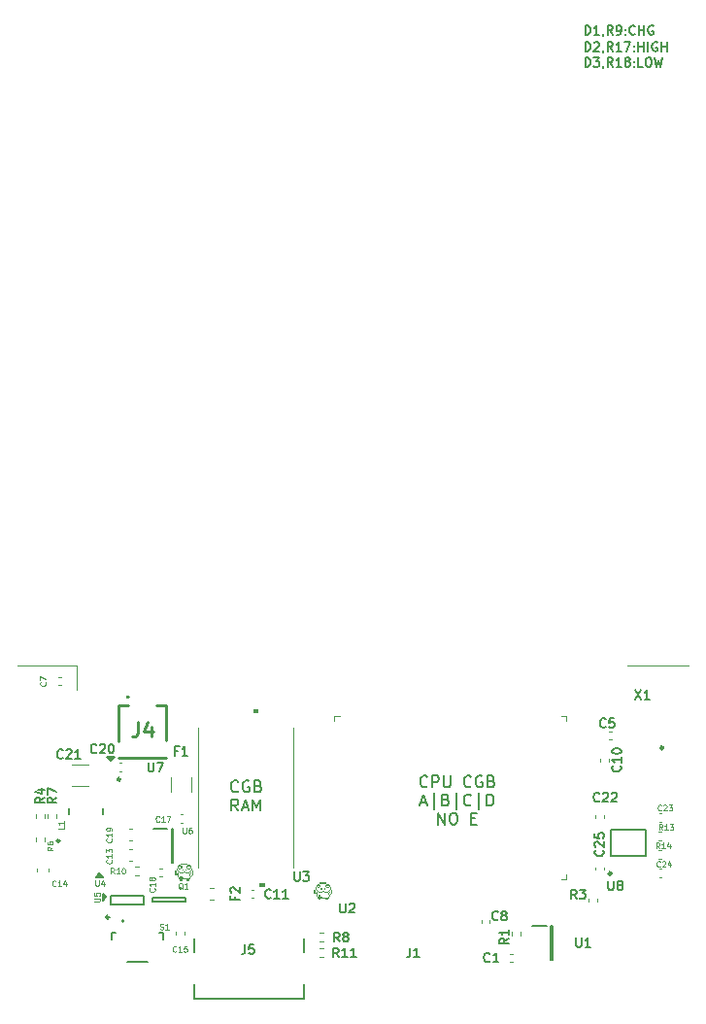
<source format=gbr>
%TF.GenerationSoftware,KiCad,Pcbnew,7.0.1*%
%TF.CreationDate,2024-08-11T10:53:17-07:00*%
%TF.ProjectId,agbc,61676263-2e6b-4696-9361-645f70636258,X4/X5*%
%TF.SameCoordinates,Original*%
%TF.FileFunction,Legend,Top*%
%TF.FilePolarity,Positive*%
%FSLAX46Y46*%
G04 Gerber Fmt 4.6, Leading zero omitted, Abs format (unit mm)*
G04 Created by KiCad (PCBNEW 7.0.1) date 2024-08-11 10:53:17*
%MOMM*%
%LPD*%
G01*
G04 APERTURE LIST*
%ADD10C,0.150000*%
%ADD11C,0.100000*%
%ADD12C,0.254000*%
%ADD13C,0.120000*%
%ADD14C,0.200000*%
%ADD15C,0.250000*%
%ADD16C,0.127000*%
G04 APERTURE END LIST*
D10*
X125934523Y-117362380D02*
X125886904Y-117410000D01*
X125886904Y-117410000D02*
X125744047Y-117457619D01*
X125744047Y-117457619D02*
X125648809Y-117457619D01*
X125648809Y-117457619D02*
X125505952Y-117410000D01*
X125505952Y-117410000D02*
X125410714Y-117314761D01*
X125410714Y-117314761D02*
X125363095Y-117219523D01*
X125363095Y-117219523D02*
X125315476Y-117029047D01*
X125315476Y-117029047D02*
X125315476Y-116886190D01*
X125315476Y-116886190D02*
X125363095Y-116695714D01*
X125363095Y-116695714D02*
X125410714Y-116600476D01*
X125410714Y-116600476D02*
X125505952Y-116505238D01*
X125505952Y-116505238D02*
X125648809Y-116457619D01*
X125648809Y-116457619D02*
X125744047Y-116457619D01*
X125744047Y-116457619D02*
X125886904Y-116505238D01*
X125886904Y-116505238D02*
X125934523Y-116552857D01*
X126886904Y-116505238D02*
X126791666Y-116457619D01*
X126791666Y-116457619D02*
X126648809Y-116457619D01*
X126648809Y-116457619D02*
X126505952Y-116505238D01*
X126505952Y-116505238D02*
X126410714Y-116600476D01*
X126410714Y-116600476D02*
X126363095Y-116695714D01*
X126363095Y-116695714D02*
X126315476Y-116886190D01*
X126315476Y-116886190D02*
X126315476Y-117029047D01*
X126315476Y-117029047D02*
X126363095Y-117219523D01*
X126363095Y-117219523D02*
X126410714Y-117314761D01*
X126410714Y-117314761D02*
X126505952Y-117410000D01*
X126505952Y-117410000D02*
X126648809Y-117457619D01*
X126648809Y-117457619D02*
X126744047Y-117457619D01*
X126744047Y-117457619D02*
X126886904Y-117410000D01*
X126886904Y-117410000D02*
X126934523Y-117362380D01*
X126934523Y-117362380D02*
X126934523Y-117029047D01*
X126934523Y-117029047D02*
X126744047Y-117029047D01*
X127696428Y-116933809D02*
X127839285Y-116981428D01*
X127839285Y-116981428D02*
X127886904Y-117029047D01*
X127886904Y-117029047D02*
X127934523Y-117124285D01*
X127934523Y-117124285D02*
X127934523Y-117267142D01*
X127934523Y-117267142D02*
X127886904Y-117362380D01*
X127886904Y-117362380D02*
X127839285Y-117410000D01*
X127839285Y-117410000D02*
X127744047Y-117457619D01*
X127744047Y-117457619D02*
X127363095Y-117457619D01*
X127363095Y-117457619D02*
X127363095Y-116457619D01*
X127363095Y-116457619D02*
X127696428Y-116457619D01*
X127696428Y-116457619D02*
X127791666Y-116505238D01*
X127791666Y-116505238D02*
X127839285Y-116552857D01*
X127839285Y-116552857D02*
X127886904Y-116648095D01*
X127886904Y-116648095D02*
X127886904Y-116743333D01*
X127886904Y-116743333D02*
X127839285Y-116838571D01*
X127839285Y-116838571D02*
X127791666Y-116886190D01*
X127791666Y-116886190D02*
X127696428Y-116933809D01*
X127696428Y-116933809D02*
X127363095Y-116933809D01*
X125934523Y-119077619D02*
X125601190Y-118601428D01*
X125363095Y-119077619D02*
X125363095Y-118077619D01*
X125363095Y-118077619D02*
X125744047Y-118077619D01*
X125744047Y-118077619D02*
X125839285Y-118125238D01*
X125839285Y-118125238D02*
X125886904Y-118172857D01*
X125886904Y-118172857D02*
X125934523Y-118268095D01*
X125934523Y-118268095D02*
X125934523Y-118410952D01*
X125934523Y-118410952D02*
X125886904Y-118506190D01*
X125886904Y-118506190D02*
X125839285Y-118553809D01*
X125839285Y-118553809D02*
X125744047Y-118601428D01*
X125744047Y-118601428D02*
X125363095Y-118601428D01*
X126315476Y-118791904D02*
X126791666Y-118791904D01*
X126220238Y-119077619D02*
X126553571Y-118077619D01*
X126553571Y-118077619D02*
X126886904Y-119077619D01*
X127220238Y-119077619D02*
X127220238Y-118077619D01*
X127220238Y-118077619D02*
X127553571Y-118791904D01*
X127553571Y-118791904D02*
X127886904Y-118077619D01*
X127886904Y-118077619D02*
X127886904Y-119077619D01*
X142429761Y-116942380D02*
X142382142Y-116990000D01*
X142382142Y-116990000D02*
X142239285Y-117037619D01*
X142239285Y-117037619D02*
X142144047Y-117037619D01*
X142144047Y-117037619D02*
X142001190Y-116990000D01*
X142001190Y-116990000D02*
X141905952Y-116894761D01*
X141905952Y-116894761D02*
X141858333Y-116799523D01*
X141858333Y-116799523D02*
X141810714Y-116609047D01*
X141810714Y-116609047D02*
X141810714Y-116466190D01*
X141810714Y-116466190D02*
X141858333Y-116275714D01*
X141858333Y-116275714D02*
X141905952Y-116180476D01*
X141905952Y-116180476D02*
X142001190Y-116085238D01*
X142001190Y-116085238D02*
X142144047Y-116037619D01*
X142144047Y-116037619D02*
X142239285Y-116037619D01*
X142239285Y-116037619D02*
X142382142Y-116085238D01*
X142382142Y-116085238D02*
X142429761Y-116132857D01*
X142858333Y-117037619D02*
X142858333Y-116037619D01*
X142858333Y-116037619D02*
X143239285Y-116037619D01*
X143239285Y-116037619D02*
X143334523Y-116085238D01*
X143334523Y-116085238D02*
X143382142Y-116132857D01*
X143382142Y-116132857D02*
X143429761Y-116228095D01*
X143429761Y-116228095D02*
X143429761Y-116370952D01*
X143429761Y-116370952D02*
X143382142Y-116466190D01*
X143382142Y-116466190D02*
X143334523Y-116513809D01*
X143334523Y-116513809D02*
X143239285Y-116561428D01*
X143239285Y-116561428D02*
X142858333Y-116561428D01*
X143858333Y-116037619D02*
X143858333Y-116847142D01*
X143858333Y-116847142D02*
X143905952Y-116942380D01*
X143905952Y-116942380D02*
X143953571Y-116990000D01*
X143953571Y-116990000D02*
X144048809Y-117037619D01*
X144048809Y-117037619D02*
X144239285Y-117037619D01*
X144239285Y-117037619D02*
X144334523Y-116990000D01*
X144334523Y-116990000D02*
X144382142Y-116942380D01*
X144382142Y-116942380D02*
X144429761Y-116847142D01*
X144429761Y-116847142D02*
X144429761Y-116037619D01*
X146239285Y-116942380D02*
X146191666Y-116990000D01*
X146191666Y-116990000D02*
X146048809Y-117037619D01*
X146048809Y-117037619D02*
X145953571Y-117037619D01*
X145953571Y-117037619D02*
X145810714Y-116990000D01*
X145810714Y-116990000D02*
X145715476Y-116894761D01*
X145715476Y-116894761D02*
X145667857Y-116799523D01*
X145667857Y-116799523D02*
X145620238Y-116609047D01*
X145620238Y-116609047D02*
X145620238Y-116466190D01*
X145620238Y-116466190D02*
X145667857Y-116275714D01*
X145667857Y-116275714D02*
X145715476Y-116180476D01*
X145715476Y-116180476D02*
X145810714Y-116085238D01*
X145810714Y-116085238D02*
X145953571Y-116037619D01*
X145953571Y-116037619D02*
X146048809Y-116037619D01*
X146048809Y-116037619D02*
X146191666Y-116085238D01*
X146191666Y-116085238D02*
X146239285Y-116132857D01*
X147191666Y-116085238D02*
X147096428Y-116037619D01*
X147096428Y-116037619D02*
X146953571Y-116037619D01*
X146953571Y-116037619D02*
X146810714Y-116085238D01*
X146810714Y-116085238D02*
X146715476Y-116180476D01*
X146715476Y-116180476D02*
X146667857Y-116275714D01*
X146667857Y-116275714D02*
X146620238Y-116466190D01*
X146620238Y-116466190D02*
X146620238Y-116609047D01*
X146620238Y-116609047D02*
X146667857Y-116799523D01*
X146667857Y-116799523D02*
X146715476Y-116894761D01*
X146715476Y-116894761D02*
X146810714Y-116990000D01*
X146810714Y-116990000D02*
X146953571Y-117037619D01*
X146953571Y-117037619D02*
X147048809Y-117037619D01*
X147048809Y-117037619D02*
X147191666Y-116990000D01*
X147191666Y-116990000D02*
X147239285Y-116942380D01*
X147239285Y-116942380D02*
X147239285Y-116609047D01*
X147239285Y-116609047D02*
X147048809Y-116609047D01*
X148001190Y-116513809D02*
X148144047Y-116561428D01*
X148144047Y-116561428D02*
X148191666Y-116609047D01*
X148191666Y-116609047D02*
X148239285Y-116704285D01*
X148239285Y-116704285D02*
X148239285Y-116847142D01*
X148239285Y-116847142D02*
X148191666Y-116942380D01*
X148191666Y-116942380D02*
X148144047Y-116990000D01*
X148144047Y-116990000D02*
X148048809Y-117037619D01*
X148048809Y-117037619D02*
X147667857Y-117037619D01*
X147667857Y-117037619D02*
X147667857Y-116037619D01*
X147667857Y-116037619D02*
X148001190Y-116037619D01*
X148001190Y-116037619D02*
X148096428Y-116085238D01*
X148096428Y-116085238D02*
X148144047Y-116132857D01*
X148144047Y-116132857D02*
X148191666Y-116228095D01*
X148191666Y-116228095D02*
X148191666Y-116323333D01*
X148191666Y-116323333D02*
X148144047Y-116418571D01*
X148144047Y-116418571D02*
X148096428Y-116466190D01*
X148096428Y-116466190D02*
X148001190Y-116513809D01*
X148001190Y-116513809D02*
X147667857Y-116513809D01*
X141858333Y-118371904D02*
X142334523Y-118371904D01*
X141763095Y-118657619D02*
X142096428Y-117657619D01*
X142096428Y-117657619D02*
X142429761Y-118657619D01*
X143001190Y-118990952D02*
X143001190Y-117562380D01*
X144048809Y-118133809D02*
X144191666Y-118181428D01*
X144191666Y-118181428D02*
X144239285Y-118229047D01*
X144239285Y-118229047D02*
X144286904Y-118324285D01*
X144286904Y-118324285D02*
X144286904Y-118467142D01*
X144286904Y-118467142D02*
X144239285Y-118562380D01*
X144239285Y-118562380D02*
X144191666Y-118610000D01*
X144191666Y-118610000D02*
X144096428Y-118657619D01*
X144096428Y-118657619D02*
X143715476Y-118657619D01*
X143715476Y-118657619D02*
X143715476Y-117657619D01*
X143715476Y-117657619D02*
X144048809Y-117657619D01*
X144048809Y-117657619D02*
X144144047Y-117705238D01*
X144144047Y-117705238D02*
X144191666Y-117752857D01*
X144191666Y-117752857D02*
X144239285Y-117848095D01*
X144239285Y-117848095D02*
X144239285Y-117943333D01*
X144239285Y-117943333D02*
X144191666Y-118038571D01*
X144191666Y-118038571D02*
X144144047Y-118086190D01*
X144144047Y-118086190D02*
X144048809Y-118133809D01*
X144048809Y-118133809D02*
X143715476Y-118133809D01*
X144953571Y-118990952D02*
X144953571Y-117562380D01*
X146239285Y-118562380D02*
X146191666Y-118610000D01*
X146191666Y-118610000D02*
X146048809Y-118657619D01*
X146048809Y-118657619D02*
X145953571Y-118657619D01*
X145953571Y-118657619D02*
X145810714Y-118610000D01*
X145810714Y-118610000D02*
X145715476Y-118514761D01*
X145715476Y-118514761D02*
X145667857Y-118419523D01*
X145667857Y-118419523D02*
X145620238Y-118229047D01*
X145620238Y-118229047D02*
X145620238Y-118086190D01*
X145620238Y-118086190D02*
X145667857Y-117895714D01*
X145667857Y-117895714D02*
X145715476Y-117800476D01*
X145715476Y-117800476D02*
X145810714Y-117705238D01*
X145810714Y-117705238D02*
X145953571Y-117657619D01*
X145953571Y-117657619D02*
X146048809Y-117657619D01*
X146048809Y-117657619D02*
X146191666Y-117705238D01*
X146191666Y-117705238D02*
X146239285Y-117752857D01*
X146905952Y-118990952D02*
X146905952Y-117562380D01*
X147620238Y-118657619D02*
X147620238Y-117657619D01*
X147620238Y-117657619D02*
X147858333Y-117657619D01*
X147858333Y-117657619D02*
X148001190Y-117705238D01*
X148001190Y-117705238D02*
X148096428Y-117800476D01*
X148096428Y-117800476D02*
X148144047Y-117895714D01*
X148144047Y-117895714D02*
X148191666Y-118086190D01*
X148191666Y-118086190D02*
X148191666Y-118229047D01*
X148191666Y-118229047D02*
X148144047Y-118419523D01*
X148144047Y-118419523D02*
X148096428Y-118514761D01*
X148096428Y-118514761D02*
X148001190Y-118610000D01*
X148001190Y-118610000D02*
X147858333Y-118657619D01*
X147858333Y-118657619D02*
X147620238Y-118657619D01*
X143382143Y-120277619D02*
X143382143Y-119277619D01*
X143382143Y-119277619D02*
X143953571Y-120277619D01*
X143953571Y-120277619D02*
X143953571Y-119277619D01*
X144620238Y-119277619D02*
X144810714Y-119277619D01*
X144810714Y-119277619D02*
X144905952Y-119325238D01*
X144905952Y-119325238D02*
X145001190Y-119420476D01*
X145001190Y-119420476D02*
X145048809Y-119610952D01*
X145048809Y-119610952D02*
X145048809Y-119944285D01*
X145048809Y-119944285D02*
X145001190Y-120134761D01*
X145001190Y-120134761D02*
X144905952Y-120230000D01*
X144905952Y-120230000D02*
X144810714Y-120277619D01*
X144810714Y-120277619D02*
X144620238Y-120277619D01*
X144620238Y-120277619D02*
X144525000Y-120230000D01*
X144525000Y-120230000D02*
X144429762Y-120134761D01*
X144429762Y-120134761D02*
X144382143Y-119944285D01*
X144382143Y-119944285D02*
X144382143Y-119610952D01*
X144382143Y-119610952D02*
X144429762Y-119420476D01*
X144429762Y-119420476D02*
X144525000Y-119325238D01*
X144525000Y-119325238D02*
X144620238Y-119277619D01*
X146239286Y-119753809D02*
X146572619Y-119753809D01*
X146715476Y-120277619D02*
X146239286Y-120277619D01*
X146239286Y-120277619D02*
X146239286Y-119277619D01*
X146239286Y-119277619D02*
X146715476Y-119277619D01*
X114825000Y-114725000D02*
X114525000Y-114425000D01*
X115125000Y-114425000D01*
X114825000Y-114725000D01*
G36*
X114825000Y-114725000D02*
G01*
X114525000Y-114425000D01*
X115125000Y-114425000D01*
X114825000Y-114725000D01*
G37*
X114425000Y-126625000D02*
X114125000Y-126925000D01*
X114125000Y-126325000D01*
X114425000Y-126625000D01*
G36*
X114425000Y-126625000D02*
G01*
X114125000Y-126925000D01*
X114125000Y-126325000D01*
X114425000Y-126625000D01*
G37*
X114150000Y-124875000D02*
X113550000Y-124875000D01*
X113850000Y-124575000D01*
X114150000Y-124875000D01*
G36*
X114150000Y-124875000D02*
G01*
X113550000Y-124875000D01*
X113850000Y-124575000D01*
X114150000Y-124875000D01*
G37*
X156190476Y-54252095D02*
X156190476Y-53452095D01*
X156190476Y-53452095D02*
X156380952Y-53452095D01*
X156380952Y-53452095D02*
X156495238Y-53490190D01*
X156495238Y-53490190D02*
X156571428Y-53566380D01*
X156571428Y-53566380D02*
X156609523Y-53642571D01*
X156609523Y-53642571D02*
X156647619Y-53794952D01*
X156647619Y-53794952D02*
X156647619Y-53909238D01*
X156647619Y-53909238D02*
X156609523Y-54061619D01*
X156609523Y-54061619D02*
X156571428Y-54137809D01*
X156571428Y-54137809D02*
X156495238Y-54214000D01*
X156495238Y-54214000D02*
X156380952Y-54252095D01*
X156380952Y-54252095D02*
X156190476Y-54252095D01*
X156914285Y-53452095D02*
X157409523Y-53452095D01*
X157409523Y-53452095D02*
X157142857Y-53756857D01*
X157142857Y-53756857D02*
X157257142Y-53756857D01*
X157257142Y-53756857D02*
X157333333Y-53794952D01*
X157333333Y-53794952D02*
X157371428Y-53833047D01*
X157371428Y-53833047D02*
X157409523Y-53909238D01*
X157409523Y-53909238D02*
X157409523Y-54099714D01*
X157409523Y-54099714D02*
X157371428Y-54175904D01*
X157371428Y-54175904D02*
X157333333Y-54214000D01*
X157333333Y-54214000D02*
X157257142Y-54252095D01*
X157257142Y-54252095D02*
X157028571Y-54252095D01*
X157028571Y-54252095D02*
X156952380Y-54214000D01*
X156952380Y-54214000D02*
X156914285Y-54175904D01*
X157790476Y-54214000D02*
X157790476Y-54252095D01*
X157790476Y-54252095D02*
X157752381Y-54328285D01*
X157752381Y-54328285D02*
X157714285Y-54366380D01*
X158590476Y-54252095D02*
X158323809Y-53871142D01*
X158133333Y-54252095D02*
X158133333Y-53452095D01*
X158133333Y-53452095D02*
X158438095Y-53452095D01*
X158438095Y-53452095D02*
X158514285Y-53490190D01*
X158514285Y-53490190D02*
X158552380Y-53528285D01*
X158552380Y-53528285D02*
X158590476Y-53604476D01*
X158590476Y-53604476D02*
X158590476Y-53718761D01*
X158590476Y-53718761D02*
X158552380Y-53794952D01*
X158552380Y-53794952D02*
X158514285Y-53833047D01*
X158514285Y-53833047D02*
X158438095Y-53871142D01*
X158438095Y-53871142D02*
X158133333Y-53871142D01*
X159352380Y-54252095D02*
X158895237Y-54252095D01*
X159123809Y-54252095D02*
X159123809Y-53452095D01*
X159123809Y-53452095D02*
X159047618Y-53566380D01*
X159047618Y-53566380D02*
X158971428Y-53642571D01*
X158971428Y-53642571D02*
X158895237Y-53680666D01*
X159809523Y-53794952D02*
X159733333Y-53756857D01*
X159733333Y-53756857D02*
X159695238Y-53718761D01*
X159695238Y-53718761D02*
X159657142Y-53642571D01*
X159657142Y-53642571D02*
X159657142Y-53604476D01*
X159657142Y-53604476D02*
X159695238Y-53528285D01*
X159695238Y-53528285D02*
X159733333Y-53490190D01*
X159733333Y-53490190D02*
X159809523Y-53452095D01*
X159809523Y-53452095D02*
X159961904Y-53452095D01*
X159961904Y-53452095D02*
X160038095Y-53490190D01*
X160038095Y-53490190D02*
X160076190Y-53528285D01*
X160076190Y-53528285D02*
X160114285Y-53604476D01*
X160114285Y-53604476D02*
X160114285Y-53642571D01*
X160114285Y-53642571D02*
X160076190Y-53718761D01*
X160076190Y-53718761D02*
X160038095Y-53756857D01*
X160038095Y-53756857D02*
X159961904Y-53794952D01*
X159961904Y-53794952D02*
X159809523Y-53794952D01*
X159809523Y-53794952D02*
X159733333Y-53833047D01*
X159733333Y-53833047D02*
X159695238Y-53871142D01*
X159695238Y-53871142D02*
X159657142Y-53947333D01*
X159657142Y-53947333D02*
X159657142Y-54099714D01*
X159657142Y-54099714D02*
X159695238Y-54175904D01*
X159695238Y-54175904D02*
X159733333Y-54214000D01*
X159733333Y-54214000D02*
X159809523Y-54252095D01*
X159809523Y-54252095D02*
X159961904Y-54252095D01*
X159961904Y-54252095D02*
X160038095Y-54214000D01*
X160038095Y-54214000D02*
X160076190Y-54175904D01*
X160076190Y-54175904D02*
X160114285Y-54099714D01*
X160114285Y-54099714D02*
X160114285Y-53947333D01*
X160114285Y-53947333D02*
X160076190Y-53871142D01*
X160076190Y-53871142D02*
X160038095Y-53833047D01*
X160038095Y-53833047D02*
X159961904Y-53794952D01*
X160457143Y-54175904D02*
X160495238Y-54214000D01*
X160495238Y-54214000D02*
X160457143Y-54252095D01*
X160457143Y-54252095D02*
X160419047Y-54214000D01*
X160419047Y-54214000D02*
X160457143Y-54175904D01*
X160457143Y-54175904D02*
X160457143Y-54252095D01*
X160457143Y-53756857D02*
X160495238Y-53794952D01*
X160495238Y-53794952D02*
X160457143Y-53833047D01*
X160457143Y-53833047D02*
X160419047Y-53794952D01*
X160419047Y-53794952D02*
X160457143Y-53756857D01*
X160457143Y-53756857D02*
X160457143Y-53833047D01*
X161219047Y-54252095D02*
X160838095Y-54252095D01*
X160838095Y-54252095D02*
X160838095Y-53452095D01*
X161638095Y-53452095D02*
X161790476Y-53452095D01*
X161790476Y-53452095D02*
X161866666Y-53490190D01*
X161866666Y-53490190D02*
X161942857Y-53566380D01*
X161942857Y-53566380D02*
X161980952Y-53718761D01*
X161980952Y-53718761D02*
X161980952Y-53985428D01*
X161980952Y-53985428D02*
X161942857Y-54137809D01*
X161942857Y-54137809D02*
X161866666Y-54214000D01*
X161866666Y-54214000D02*
X161790476Y-54252095D01*
X161790476Y-54252095D02*
X161638095Y-54252095D01*
X161638095Y-54252095D02*
X161561904Y-54214000D01*
X161561904Y-54214000D02*
X161485714Y-54137809D01*
X161485714Y-54137809D02*
X161447618Y-53985428D01*
X161447618Y-53985428D02*
X161447618Y-53718761D01*
X161447618Y-53718761D02*
X161485714Y-53566380D01*
X161485714Y-53566380D02*
X161561904Y-53490190D01*
X161561904Y-53490190D02*
X161638095Y-53452095D01*
X162247618Y-53452095D02*
X162438094Y-54252095D01*
X162438094Y-54252095D02*
X162590475Y-53680666D01*
X162590475Y-53680666D02*
X162742856Y-54252095D01*
X162742856Y-54252095D02*
X162933333Y-53452095D01*
X156190476Y-51452095D02*
X156190476Y-50652095D01*
X156190476Y-50652095D02*
X156380952Y-50652095D01*
X156380952Y-50652095D02*
X156495238Y-50690190D01*
X156495238Y-50690190D02*
X156571428Y-50766380D01*
X156571428Y-50766380D02*
X156609523Y-50842571D01*
X156609523Y-50842571D02*
X156647619Y-50994952D01*
X156647619Y-50994952D02*
X156647619Y-51109238D01*
X156647619Y-51109238D02*
X156609523Y-51261619D01*
X156609523Y-51261619D02*
X156571428Y-51337809D01*
X156571428Y-51337809D02*
X156495238Y-51414000D01*
X156495238Y-51414000D02*
X156380952Y-51452095D01*
X156380952Y-51452095D02*
X156190476Y-51452095D01*
X157409523Y-51452095D02*
X156952380Y-51452095D01*
X157180952Y-51452095D02*
X157180952Y-50652095D01*
X157180952Y-50652095D02*
X157104761Y-50766380D01*
X157104761Y-50766380D02*
X157028571Y-50842571D01*
X157028571Y-50842571D02*
X156952380Y-50880666D01*
X157790476Y-51414000D02*
X157790476Y-51452095D01*
X157790476Y-51452095D02*
X157752381Y-51528285D01*
X157752381Y-51528285D02*
X157714285Y-51566380D01*
X158590476Y-51452095D02*
X158323809Y-51071142D01*
X158133333Y-51452095D02*
X158133333Y-50652095D01*
X158133333Y-50652095D02*
X158438095Y-50652095D01*
X158438095Y-50652095D02*
X158514285Y-50690190D01*
X158514285Y-50690190D02*
X158552380Y-50728285D01*
X158552380Y-50728285D02*
X158590476Y-50804476D01*
X158590476Y-50804476D02*
X158590476Y-50918761D01*
X158590476Y-50918761D02*
X158552380Y-50994952D01*
X158552380Y-50994952D02*
X158514285Y-51033047D01*
X158514285Y-51033047D02*
X158438095Y-51071142D01*
X158438095Y-51071142D02*
X158133333Y-51071142D01*
X158971428Y-51452095D02*
X159123809Y-51452095D01*
X159123809Y-51452095D02*
X159199999Y-51414000D01*
X159199999Y-51414000D02*
X159238095Y-51375904D01*
X159238095Y-51375904D02*
X159314285Y-51261619D01*
X159314285Y-51261619D02*
X159352380Y-51109238D01*
X159352380Y-51109238D02*
X159352380Y-50804476D01*
X159352380Y-50804476D02*
X159314285Y-50728285D01*
X159314285Y-50728285D02*
X159276190Y-50690190D01*
X159276190Y-50690190D02*
X159199999Y-50652095D01*
X159199999Y-50652095D02*
X159047618Y-50652095D01*
X159047618Y-50652095D02*
X158971428Y-50690190D01*
X158971428Y-50690190D02*
X158933333Y-50728285D01*
X158933333Y-50728285D02*
X158895237Y-50804476D01*
X158895237Y-50804476D02*
X158895237Y-50994952D01*
X158895237Y-50994952D02*
X158933333Y-51071142D01*
X158933333Y-51071142D02*
X158971428Y-51109238D01*
X158971428Y-51109238D02*
X159047618Y-51147333D01*
X159047618Y-51147333D02*
X159199999Y-51147333D01*
X159199999Y-51147333D02*
X159276190Y-51109238D01*
X159276190Y-51109238D02*
X159314285Y-51071142D01*
X159314285Y-51071142D02*
X159352380Y-50994952D01*
X159695238Y-51375904D02*
X159733333Y-51414000D01*
X159733333Y-51414000D02*
X159695238Y-51452095D01*
X159695238Y-51452095D02*
X159657142Y-51414000D01*
X159657142Y-51414000D02*
X159695238Y-51375904D01*
X159695238Y-51375904D02*
X159695238Y-51452095D01*
X159695238Y-50956857D02*
X159733333Y-50994952D01*
X159733333Y-50994952D02*
X159695238Y-51033047D01*
X159695238Y-51033047D02*
X159657142Y-50994952D01*
X159657142Y-50994952D02*
X159695238Y-50956857D01*
X159695238Y-50956857D02*
X159695238Y-51033047D01*
X160533333Y-51375904D02*
X160495237Y-51414000D01*
X160495237Y-51414000D02*
X160380952Y-51452095D01*
X160380952Y-51452095D02*
X160304761Y-51452095D01*
X160304761Y-51452095D02*
X160190475Y-51414000D01*
X160190475Y-51414000D02*
X160114285Y-51337809D01*
X160114285Y-51337809D02*
X160076190Y-51261619D01*
X160076190Y-51261619D02*
X160038094Y-51109238D01*
X160038094Y-51109238D02*
X160038094Y-50994952D01*
X160038094Y-50994952D02*
X160076190Y-50842571D01*
X160076190Y-50842571D02*
X160114285Y-50766380D01*
X160114285Y-50766380D02*
X160190475Y-50690190D01*
X160190475Y-50690190D02*
X160304761Y-50652095D01*
X160304761Y-50652095D02*
X160380952Y-50652095D01*
X160380952Y-50652095D02*
X160495237Y-50690190D01*
X160495237Y-50690190D02*
X160533333Y-50728285D01*
X160876190Y-51452095D02*
X160876190Y-50652095D01*
X160876190Y-51033047D02*
X161333333Y-51033047D01*
X161333333Y-51452095D02*
X161333333Y-50652095D01*
X162133332Y-50690190D02*
X162057142Y-50652095D01*
X162057142Y-50652095D02*
X161942856Y-50652095D01*
X161942856Y-50652095D02*
X161828570Y-50690190D01*
X161828570Y-50690190D02*
X161752380Y-50766380D01*
X161752380Y-50766380D02*
X161714285Y-50842571D01*
X161714285Y-50842571D02*
X161676189Y-50994952D01*
X161676189Y-50994952D02*
X161676189Y-51109238D01*
X161676189Y-51109238D02*
X161714285Y-51261619D01*
X161714285Y-51261619D02*
X161752380Y-51337809D01*
X161752380Y-51337809D02*
X161828570Y-51414000D01*
X161828570Y-51414000D02*
X161942856Y-51452095D01*
X161942856Y-51452095D02*
X162019047Y-51452095D01*
X162019047Y-51452095D02*
X162133332Y-51414000D01*
X162133332Y-51414000D02*
X162171428Y-51375904D01*
X162171428Y-51375904D02*
X162171428Y-51109238D01*
X162171428Y-51109238D02*
X162019047Y-51109238D01*
X156190476Y-52902095D02*
X156190476Y-52102095D01*
X156190476Y-52102095D02*
X156380952Y-52102095D01*
X156380952Y-52102095D02*
X156495238Y-52140190D01*
X156495238Y-52140190D02*
X156571428Y-52216380D01*
X156571428Y-52216380D02*
X156609523Y-52292571D01*
X156609523Y-52292571D02*
X156647619Y-52444952D01*
X156647619Y-52444952D02*
X156647619Y-52559238D01*
X156647619Y-52559238D02*
X156609523Y-52711619D01*
X156609523Y-52711619D02*
X156571428Y-52787809D01*
X156571428Y-52787809D02*
X156495238Y-52864000D01*
X156495238Y-52864000D02*
X156380952Y-52902095D01*
X156380952Y-52902095D02*
X156190476Y-52902095D01*
X156952380Y-52178285D02*
X156990476Y-52140190D01*
X156990476Y-52140190D02*
X157066666Y-52102095D01*
X157066666Y-52102095D02*
X157257142Y-52102095D01*
X157257142Y-52102095D02*
X157333333Y-52140190D01*
X157333333Y-52140190D02*
X157371428Y-52178285D01*
X157371428Y-52178285D02*
X157409523Y-52254476D01*
X157409523Y-52254476D02*
X157409523Y-52330666D01*
X157409523Y-52330666D02*
X157371428Y-52444952D01*
X157371428Y-52444952D02*
X156914285Y-52902095D01*
X156914285Y-52902095D02*
X157409523Y-52902095D01*
X157790476Y-52864000D02*
X157790476Y-52902095D01*
X157790476Y-52902095D02*
X157752381Y-52978285D01*
X157752381Y-52978285D02*
X157714285Y-53016380D01*
X158590476Y-52902095D02*
X158323809Y-52521142D01*
X158133333Y-52902095D02*
X158133333Y-52102095D01*
X158133333Y-52102095D02*
X158438095Y-52102095D01*
X158438095Y-52102095D02*
X158514285Y-52140190D01*
X158514285Y-52140190D02*
X158552380Y-52178285D01*
X158552380Y-52178285D02*
X158590476Y-52254476D01*
X158590476Y-52254476D02*
X158590476Y-52368761D01*
X158590476Y-52368761D02*
X158552380Y-52444952D01*
X158552380Y-52444952D02*
X158514285Y-52483047D01*
X158514285Y-52483047D02*
X158438095Y-52521142D01*
X158438095Y-52521142D02*
X158133333Y-52521142D01*
X159352380Y-52902095D02*
X158895237Y-52902095D01*
X159123809Y-52902095D02*
X159123809Y-52102095D01*
X159123809Y-52102095D02*
X159047618Y-52216380D01*
X159047618Y-52216380D02*
X158971428Y-52292571D01*
X158971428Y-52292571D02*
X158895237Y-52330666D01*
X159619047Y-52102095D02*
X160152381Y-52102095D01*
X160152381Y-52102095D02*
X159809523Y-52902095D01*
X160457143Y-52825904D02*
X160495238Y-52864000D01*
X160495238Y-52864000D02*
X160457143Y-52902095D01*
X160457143Y-52902095D02*
X160419047Y-52864000D01*
X160419047Y-52864000D02*
X160457143Y-52825904D01*
X160457143Y-52825904D02*
X160457143Y-52902095D01*
X160457143Y-52406857D02*
X160495238Y-52444952D01*
X160495238Y-52444952D02*
X160457143Y-52483047D01*
X160457143Y-52483047D02*
X160419047Y-52444952D01*
X160419047Y-52444952D02*
X160457143Y-52406857D01*
X160457143Y-52406857D02*
X160457143Y-52483047D01*
X160838095Y-52902095D02*
X160838095Y-52102095D01*
X160838095Y-52483047D02*
X161295238Y-52483047D01*
X161295238Y-52902095D02*
X161295238Y-52102095D01*
X161676190Y-52902095D02*
X161676190Y-52102095D01*
X162476189Y-52140190D02*
X162399999Y-52102095D01*
X162399999Y-52102095D02*
X162285713Y-52102095D01*
X162285713Y-52102095D02*
X162171427Y-52140190D01*
X162171427Y-52140190D02*
X162095237Y-52216380D01*
X162095237Y-52216380D02*
X162057142Y-52292571D01*
X162057142Y-52292571D02*
X162019046Y-52444952D01*
X162019046Y-52444952D02*
X162019046Y-52559238D01*
X162019046Y-52559238D02*
X162057142Y-52711619D01*
X162057142Y-52711619D02*
X162095237Y-52787809D01*
X162095237Y-52787809D02*
X162171427Y-52864000D01*
X162171427Y-52864000D02*
X162285713Y-52902095D01*
X162285713Y-52902095D02*
X162361904Y-52902095D01*
X162361904Y-52902095D02*
X162476189Y-52864000D01*
X162476189Y-52864000D02*
X162514285Y-52825904D01*
X162514285Y-52825904D02*
X162514285Y-52559238D01*
X162514285Y-52559238D02*
X162361904Y-52559238D01*
X162857142Y-52902095D02*
X162857142Y-52102095D01*
X162857142Y-52483047D02*
X163314285Y-52483047D01*
X163314285Y-52902095D02*
X163314285Y-52102095D01*
%TO.C,J1*%
X140933333Y-131045095D02*
X140933333Y-131616523D01*
X140933333Y-131616523D02*
X140895238Y-131730809D01*
X140895238Y-131730809D02*
X140819047Y-131807000D01*
X140819047Y-131807000D02*
X140704762Y-131845095D01*
X140704762Y-131845095D02*
X140628571Y-131845095D01*
X141733333Y-131845095D02*
X141276190Y-131845095D01*
X141504762Y-131845095D02*
X141504762Y-131045095D01*
X141504762Y-131045095D02*
X141428571Y-131159380D01*
X141428571Y-131159380D02*
X141352381Y-131235571D01*
X141352381Y-131235571D02*
X141276190Y-131273666D01*
D11*
%TO.C,C7*%
X109133690Y-107883333D02*
X109157500Y-107907142D01*
X109157500Y-107907142D02*
X109181309Y-107978571D01*
X109181309Y-107978571D02*
X109181309Y-108026190D01*
X109181309Y-108026190D02*
X109157500Y-108097618D01*
X109157500Y-108097618D02*
X109109880Y-108145237D01*
X109109880Y-108145237D02*
X109062261Y-108169047D01*
X109062261Y-108169047D02*
X108967023Y-108192856D01*
X108967023Y-108192856D02*
X108895595Y-108192856D01*
X108895595Y-108192856D02*
X108800357Y-108169047D01*
X108800357Y-108169047D02*
X108752738Y-108145237D01*
X108752738Y-108145237D02*
X108705119Y-108097618D01*
X108705119Y-108097618D02*
X108681309Y-108026190D01*
X108681309Y-108026190D02*
X108681309Y-107978571D01*
X108681309Y-107978571D02*
X108705119Y-107907142D01*
X108705119Y-107907142D02*
X108728928Y-107883333D01*
X108681309Y-107716666D02*
X108681309Y-107383333D01*
X108681309Y-107383333D02*
X109181309Y-107597618D01*
D10*
%TO.C,U8*%
X158190476Y-125195095D02*
X158190476Y-125842714D01*
X158190476Y-125842714D02*
X158228571Y-125918904D01*
X158228571Y-125918904D02*
X158266666Y-125957000D01*
X158266666Y-125957000D02*
X158342857Y-125995095D01*
X158342857Y-125995095D02*
X158495238Y-125995095D01*
X158495238Y-125995095D02*
X158571428Y-125957000D01*
X158571428Y-125957000D02*
X158609523Y-125918904D01*
X158609523Y-125918904D02*
X158647619Y-125842714D01*
X158647619Y-125842714D02*
X158647619Y-125195095D01*
X159142856Y-125537952D02*
X159066666Y-125499857D01*
X159066666Y-125499857D02*
X159028571Y-125461761D01*
X159028571Y-125461761D02*
X158990475Y-125385571D01*
X158990475Y-125385571D02*
X158990475Y-125347476D01*
X158990475Y-125347476D02*
X159028571Y-125271285D01*
X159028571Y-125271285D02*
X159066666Y-125233190D01*
X159066666Y-125233190D02*
X159142856Y-125195095D01*
X159142856Y-125195095D02*
X159295237Y-125195095D01*
X159295237Y-125195095D02*
X159371428Y-125233190D01*
X159371428Y-125233190D02*
X159409523Y-125271285D01*
X159409523Y-125271285D02*
X159447618Y-125347476D01*
X159447618Y-125347476D02*
X159447618Y-125385571D01*
X159447618Y-125385571D02*
X159409523Y-125461761D01*
X159409523Y-125461761D02*
X159371428Y-125499857D01*
X159371428Y-125499857D02*
X159295237Y-125537952D01*
X159295237Y-125537952D02*
X159142856Y-125537952D01*
X159142856Y-125537952D02*
X159066666Y-125576047D01*
X159066666Y-125576047D02*
X159028571Y-125614142D01*
X159028571Y-125614142D02*
X158990475Y-125690333D01*
X158990475Y-125690333D02*
X158990475Y-125842714D01*
X158990475Y-125842714D02*
X159028571Y-125918904D01*
X159028571Y-125918904D02*
X159066666Y-125957000D01*
X159066666Y-125957000D02*
X159142856Y-125995095D01*
X159142856Y-125995095D02*
X159295237Y-125995095D01*
X159295237Y-125995095D02*
X159371428Y-125957000D01*
X159371428Y-125957000D02*
X159409523Y-125918904D01*
X159409523Y-125918904D02*
X159447618Y-125842714D01*
X159447618Y-125842714D02*
X159447618Y-125690333D01*
X159447618Y-125690333D02*
X159409523Y-125614142D01*
X159409523Y-125614142D02*
X159371428Y-125576047D01*
X159371428Y-125576047D02*
X159295237Y-125537952D01*
%TO.C,R1*%
X149520095Y-130208332D02*
X149139142Y-130474999D01*
X149520095Y-130665475D02*
X148720095Y-130665475D01*
X148720095Y-130665475D02*
X148720095Y-130360713D01*
X148720095Y-130360713D02*
X148758190Y-130284523D01*
X148758190Y-130284523D02*
X148796285Y-130246428D01*
X148796285Y-130246428D02*
X148872476Y-130208332D01*
X148872476Y-130208332D02*
X148986761Y-130208332D01*
X148986761Y-130208332D02*
X149062952Y-130246428D01*
X149062952Y-130246428D02*
X149101047Y-130284523D01*
X149101047Y-130284523D02*
X149139142Y-130360713D01*
X149139142Y-130360713D02*
X149139142Y-130665475D01*
X149520095Y-129446428D02*
X149520095Y-129903571D01*
X149520095Y-129674999D02*
X148720095Y-129674999D01*
X148720095Y-129674999D02*
X148834380Y-129751190D01*
X148834380Y-129751190D02*
X148910571Y-129827380D01*
X148910571Y-129827380D02*
X148948666Y-129903571D01*
D11*
%TO.C,U6*%
X121119047Y-120556309D02*
X121119047Y-120961071D01*
X121119047Y-120961071D02*
X121142857Y-121008690D01*
X121142857Y-121008690D02*
X121166666Y-121032500D01*
X121166666Y-121032500D02*
X121214285Y-121056309D01*
X121214285Y-121056309D02*
X121309523Y-121056309D01*
X121309523Y-121056309D02*
X121357142Y-121032500D01*
X121357142Y-121032500D02*
X121380952Y-121008690D01*
X121380952Y-121008690D02*
X121404761Y-120961071D01*
X121404761Y-120961071D02*
X121404761Y-120556309D01*
X121857143Y-120556309D02*
X121761905Y-120556309D01*
X121761905Y-120556309D02*
X121714286Y-120580119D01*
X121714286Y-120580119D02*
X121690476Y-120603928D01*
X121690476Y-120603928D02*
X121642857Y-120675357D01*
X121642857Y-120675357D02*
X121619048Y-120770595D01*
X121619048Y-120770595D02*
X121619048Y-120961071D01*
X121619048Y-120961071D02*
X121642857Y-121008690D01*
X121642857Y-121008690D02*
X121666667Y-121032500D01*
X121666667Y-121032500D02*
X121714286Y-121056309D01*
X121714286Y-121056309D02*
X121809524Y-121056309D01*
X121809524Y-121056309D02*
X121857143Y-121032500D01*
X121857143Y-121032500D02*
X121880952Y-121008690D01*
X121880952Y-121008690D02*
X121904762Y-120961071D01*
X121904762Y-120961071D02*
X121904762Y-120842023D01*
X121904762Y-120842023D02*
X121880952Y-120794404D01*
X121880952Y-120794404D02*
X121857143Y-120770595D01*
X121857143Y-120770595D02*
X121809524Y-120746785D01*
X121809524Y-120746785D02*
X121714286Y-120746785D01*
X121714286Y-120746785D02*
X121666667Y-120770595D01*
X121666667Y-120770595D02*
X121642857Y-120794404D01*
X121642857Y-120794404D02*
X121619048Y-120842023D01*
%TO.C,C19*%
X114883690Y-121521428D02*
X114907500Y-121545237D01*
X114907500Y-121545237D02*
X114931309Y-121616666D01*
X114931309Y-121616666D02*
X114931309Y-121664285D01*
X114931309Y-121664285D02*
X114907500Y-121735713D01*
X114907500Y-121735713D02*
X114859880Y-121783332D01*
X114859880Y-121783332D02*
X114812261Y-121807142D01*
X114812261Y-121807142D02*
X114717023Y-121830951D01*
X114717023Y-121830951D02*
X114645595Y-121830951D01*
X114645595Y-121830951D02*
X114550357Y-121807142D01*
X114550357Y-121807142D02*
X114502738Y-121783332D01*
X114502738Y-121783332D02*
X114455119Y-121735713D01*
X114455119Y-121735713D02*
X114431309Y-121664285D01*
X114431309Y-121664285D02*
X114431309Y-121616666D01*
X114431309Y-121616666D02*
X114455119Y-121545237D01*
X114455119Y-121545237D02*
X114478928Y-121521428D01*
X114931309Y-121045237D02*
X114931309Y-121330951D01*
X114931309Y-121188094D02*
X114431309Y-121188094D01*
X114431309Y-121188094D02*
X114502738Y-121235713D01*
X114502738Y-121235713D02*
X114550357Y-121283332D01*
X114550357Y-121283332D02*
X114574166Y-121330951D01*
X114931309Y-120807142D02*
X114931309Y-120711904D01*
X114931309Y-120711904D02*
X114907500Y-120664285D01*
X114907500Y-120664285D02*
X114883690Y-120640476D01*
X114883690Y-120640476D02*
X114812261Y-120592857D01*
X114812261Y-120592857D02*
X114717023Y-120569047D01*
X114717023Y-120569047D02*
X114526547Y-120569047D01*
X114526547Y-120569047D02*
X114478928Y-120592857D01*
X114478928Y-120592857D02*
X114455119Y-120616666D01*
X114455119Y-120616666D02*
X114431309Y-120664285D01*
X114431309Y-120664285D02*
X114431309Y-120759523D01*
X114431309Y-120759523D02*
X114455119Y-120807142D01*
X114455119Y-120807142D02*
X114478928Y-120830952D01*
X114478928Y-120830952D02*
X114526547Y-120854761D01*
X114526547Y-120854761D02*
X114645595Y-120854761D01*
X114645595Y-120854761D02*
X114693214Y-120830952D01*
X114693214Y-120830952D02*
X114717023Y-120807142D01*
X114717023Y-120807142D02*
X114740833Y-120759523D01*
X114740833Y-120759523D02*
X114740833Y-120664285D01*
X114740833Y-120664285D02*
X114717023Y-120616666D01*
X114717023Y-120616666D02*
X114693214Y-120592857D01*
X114693214Y-120592857D02*
X114645595Y-120569047D01*
D10*
%TO.C,C20*%
X113585714Y-113993904D02*
X113547618Y-114032000D01*
X113547618Y-114032000D02*
X113433333Y-114070095D01*
X113433333Y-114070095D02*
X113357142Y-114070095D01*
X113357142Y-114070095D02*
X113242856Y-114032000D01*
X113242856Y-114032000D02*
X113166666Y-113955809D01*
X113166666Y-113955809D02*
X113128571Y-113879619D01*
X113128571Y-113879619D02*
X113090475Y-113727238D01*
X113090475Y-113727238D02*
X113090475Y-113612952D01*
X113090475Y-113612952D02*
X113128571Y-113460571D01*
X113128571Y-113460571D02*
X113166666Y-113384380D01*
X113166666Y-113384380D02*
X113242856Y-113308190D01*
X113242856Y-113308190D02*
X113357142Y-113270095D01*
X113357142Y-113270095D02*
X113433333Y-113270095D01*
X113433333Y-113270095D02*
X113547618Y-113308190D01*
X113547618Y-113308190D02*
X113585714Y-113346285D01*
X113890475Y-113346285D02*
X113928571Y-113308190D01*
X113928571Y-113308190D02*
X114004761Y-113270095D01*
X114004761Y-113270095D02*
X114195237Y-113270095D01*
X114195237Y-113270095D02*
X114271428Y-113308190D01*
X114271428Y-113308190D02*
X114309523Y-113346285D01*
X114309523Y-113346285D02*
X114347618Y-113422476D01*
X114347618Y-113422476D02*
X114347618Y-113498666D01*
X114347618Y-113498666D02*
X114309523Y-113612952D01*
X114309523Y-113612952D02*
X113852380Y-114070095D01*
X113852380Y-114070095D02*
X114347618Y-114070095D01*
X114842857Y-113270095D02*
X114919047Y-113270095D01*
X114919047Y-113270095D02*
X114995238Y-113308190D01*
X114995238Y-113308190D02*
X115033333Y-113346285D01*
X115033333Y-113346285D02*
X115071428Y-113422476D01*
X115071428Y-113422476D02*
X115109523Y-113574857D01*
X115109523Y-113574857D02*
X115109523Y-113765333D01*
X115109523Y-113765333D02*
X115071428Y-113917714D01*
X115071428Y-113917714D02*
X115033333Y-113993904D01*
X115033333Y-113993904D02*
X114995238Y-114032000D01*
X114995238Y-114032000D02*
X114919047Y-114070095D01*
X114919047Y-114070095D02*
X114842857Y-114070095D01*
X114842857Y-114070095D02*
X114766666Y-114032000D01*
X114766666Y-114032000D02*
X114728571Y-113993904D01*
X114728571Y-113993904D02*
X114690476Y-113917714D01*
X114690476Y-113917714D02*
X114652380Y-113765333D01*
X114652380Y-113765333D02*
X114652380Y-113574857D01*
X114652380Y-113574857D02*
X114690476Y-113422476D01*
X114690476Y-113422476D02*
X114728571Y-113346285D01*
X114728571Y-113346285D02*
X114766666Y-113308190D01*
X114766666Y-113308190D02*
X114842857Y-113270095D01*
%TO.C,C11*%
X128760714Y-126643904D02*
X128722618Y-126682000D01*
X128722618Y-126682000D02*
X128608333Y-126720095D01*
X128608333Y-126720095D02*
X128532142Y-126720095D01*
X128532142Y-126720095D02*
X128417856Y-126682000D01*
X128417856Y-126682000D02*
X128341666Y-126605809D01*
X128341666Y-126605809D02*
X128303571Y-126529619D01*
X128303571Y-126529619D02*
X128265475Y-126377238D01*
X128265475Y-126377238D02*
X128265475Y-126262952D01*
X128265475Y-126262952D02*
X128303571Y-126110571D01*
X128303571Y-126110571D02*
X128341666Y-126034380D01*
X128341666Y-126034380D02*
X128417856Y-125958190D01*
X128417856Y-125958190D02*
X128532142Y-125920095D01*
X128532142Y-125920095D02*
X128608333Y-125920095D01*
X128608333Y-125920095D02*
X128722618Y-125958190D01*
X128722618Y-125958190D02*
X128760714Y-125996285D01*
X129522618Y-126720095D02*
X129065475Y-126720095D01*
X129294047Y-126720095D02*
X129294047Y-125920095D01*
X129294047Y-125920095D02*
X129217856Y-126034380D01*
X129217856Y-126034380D02*
X129141666Y-126110571D01*
X129141666Y-126110571D02*
X129065475Y-126148666D01*
X130284523Y-126720095D02*
X129827380Y-126720095D01*
X130055952Y-126720095D02*
X130055952Y-125920095D01*
X130055952Y-125920095D02*
X129979761Y-126034380D01*
X129979761Y-126034380D02*
X129903571Y-126110571D01*
X129903571Y-126110571D02*
X129827380Y-126148666D01*
D11*
%TO.C,R6*%
X109781309Y-122233333D02*
X109543214Y-122399999D01*
X109781309Y-122519047D02*
X109281309Y-122519047D01*
X109281309Y-122519047D02*
X109281309Y-122328571D01*
X109281309Y-122328571D02*
X109305119Y-122280952D01*
X109305119Y-122280952D02*
X109328928Y-122257142D01*
X109328928Y-122257142D02*
X109376547Y-122233333D01*
X109376547Y-122233333D02*
X109447976Y-122233333D01*
X109447976Y-122233333D02*
X109495595Y-122257142D01*
X109495595Y-122257142D02*
X109519404Y-122280952D01*
X109519404Y-122280952D02*
X109543214Y-122328571D01*
X109543214Y-122328571D02*
X109543214Y-122519047D01*
X109281309Y-121804761D02*
X109281309Y-121899999D01*
X109281309Y-121899999D02*
X109305119Y-121947618D01*
X109305119Y-121947618D02*
X109328928Y-121971428D01*
X109328928Y-121971428D02*
X109400357Y-122019047D01*
X109400357Y-122019047D02*
X109495595Y-122042856D01*
X109495595Y-122042856D02*
X109686071Y-122042856D01*
X109686071Y-122042856D02*
X109733690Y-122019047D01*
X109733690Y-122019047D02*
X109757500Y-121995237D01*
X109757500Y-121995237D02*
X109781309Y-121947618D01*
X109781309Y-121947618D02*
X109781309Y-121852380D01*
X109781309Y-121852380D02*
X109757500Y-121804761D01*
X109757500Y-121804761D02*
X109733690Y-121780952D01*
X109733690Y-121780952D02*
X109686071Y-121757142D01*
X109686071Y-121757142D02*
X109567023Y-121757142D01*
X109567023Y-121757142D02*
X109519404Y-121780952D01*
X109519404Y-121780952D02*
X109495595Y-121804761D01*
X109495595Y-121804761D02*
X109471785Y-121852380D01*
X109471785Y-121852380D02*
X109471785Y-121947618D01*
X109471785Y-121947618D02*
X109495595Y-121995237D01*
X109495595Y-121995237D02*
X109519404Y-122019047D01*
X109519404Y-122019047D02*
X109567023Y-122042856D01*
D10*
%TO.C,J5*%
X126533333Y-130770095D02*
X126533333Y-131341523D01*
X126533333Y-131341523D02*
X126495238Y-131455809D01*
X126495238Y-131455809D02*
X126419047Y-131532000D01*
X126419047Y-131532000D02*
X126304762Y-131570095D01*
X126304762Y-131570095D02*
X126228571Y-131570095D01*
X127295238Y-130770095D02*
X126914286Y-130770095D01*
X126914286Y-130770095D02*
X126876190Y-131151047D01*
X126876190Y-131151047D02*
X126914286Y-131112952D01*
X126914286Y-131112952D02*
X126990476Y-131074857D01*
X126990476Y-131074857D02*
X127180952Y-131074857D01*
X127180952Y-131074857D02*
X127257143Y-131112952D01*
X127257143Y-131112952D02*
X127295238Y-131151047D01*
X127295238Y-131151047D02*
X127333333Y-131227238D01*
X127333333Y-131227238D02*
X127333333Y-131417714D01*
X127333333Y-131417714D02*
X127295238Y-131493904D01*
X127295238Y-131493904D02*
X127257143Y-131532000D01*
X127257143Y-131532000D02*
X127180952Y-131570095D01*
X127180952Y-131570095D02*
X126990476Y-131570095D01*
X126990476Y-131570095D02*
X126914286Y-131532000D01*
X126914286Y-131532000D02*
X126876190Y-131493904D01*
D11*
%TO.C,C14*%
X110028571Y-125633690D02*
X110004762Y-125657500D01*
X110004762Y-125657500D02*
X109933333Y-125681309D01*
X109933333Y-125681309D02*
X109885714Y-125681309D01*
X109885714Y-125681309D02*
X109814286Y-125657500D01*
X109814286Y-125657500D02*
X109766667Y-125609880D01*
X109766667Y-125609880D02*
X109742857Y-125562261D01*
X109742857Y-125562261D02*
X109719048Y-125467023D01*
X109719048Y-125467023D02*
X109719048Y-125395595D01*
X109719048Y-125395595D02*
X109742857Y-125300357D01*
X109742857Y-125300357D02*
X109766667Y-125252738D01*
X109766667Y-125252738D02*
X109814286Y-125205119D01*
X109814286Y-125205119D02*
X109885714Y-125181309D01*
X109885714Y-125181309D02*
X109933333Y-125181309D01*
X109933333Y-125181309D02*
X110004762Y-125205119D01*
X110004762Y-125205119D02*
X110028571Y-125228928D01*
X110504762Y-125681309D02*
X110219048Y-125681309D01*
X110361905Y-125681309D02*
X110361905Y-125181309D01*
X110361905Y-125181309D02*
X110314286Y-125252738D01*
X110314286Y-125252738D02*
X110266667Y-125300357D01*
X110266667Y-125300357D02*
X110219048Y-125324166D01*
X110933333Y-125347976D02*
X110933333Y-125681309D01*
X110814285Y-125157500D02*
X110695238Y-125514642D01*
X110695238Y-125514642D02*
X111004761Y-125514642D01*
D10*
%TO.C,F2*%
X125651047Y-126591666D02*
X125651047Y-126858332D01*
X126070095Y-126858332D02*
X125270095Y-126858332D01*
X125270095Y-126858332D02*
X125270095Y-126477380D01*
X125346285Y-126210714D02*
X125308190Y-126172618D01*
X125308190Y-126172618D02*
X125270095Y-126096428D01*
X125270095Y-126096428D02*
X125270095Y-125905952D01*
X125270095Y-125905952D02*
X125308190Y-125829761D01*
X125308190Y-125829761D02*
X125346285Y-125791666D01*
X125346285Y-125791666D02*
X125422476Y-125753571D01*
X125422476Y-125753571D02*
X125498666Y-125753571D01*
X125498666Y-125753571D02*
X125612952Y-125791666D01*
X125612952Y-125791666D02*
X126070095Y-126248809D01*
X126070095Y-126248809D02*
X126070095Y-125753571D01*
D11*
%TO.C,C15*%
X120528571Y-131333690D02*
X120504762Y-131357500D01*
X120504762Y-131357500D02*
X120433333Y-131381309D01*
X120433333Y-131381309D02*
X120385714Y-131381309D01*
X120385714Y-131381309D02*
X120314286Y-131357500D01*
X120314286Y-131357500D02*
X120266667Y-131309880D01*
X120266667Y-131309880D02*
X120242857Y-131262261D01*
X120242857Y-131262261D02*
X120219048Y-131167023D01*
X120219048Y-131167023D02*
X120219048Y-131095595D01*
X120219048Y-131095595D02*
X120242857Y-131000357D01*
X120242857Y-131000357D02*
X120266667Y-130952738D01*
X120266667Y-130952738D02*
X120314286Y-130905119D01*
X120314286Y-130905119D02*
X120385714Y-130881309D01*
X120385714Y-130881309D02*
X120433333Y-130881309D01*
X120433333Y-130881309D02*
X120504762Y-130905119D01*
X120504762Y-130905119D02*
X120528571Y-130928928D01*
X121004762Y-131381309D02*
X120719048Y-131381309D01*
X120861905Y-131381309D02*
X120861905Y-130881309D01*
X120861905Y-130881309D02*
X120814286Y-130952738D01*
X120814286Y-130952738D02*
X120766667Y-131000357D01*
X120766667Y-131000357D02*
X120719048Y-131024166D01*
X121457142Y-130881309D02*
X121219047Y-130881309D01*
X121219047Y-130881309D02*
X121195238Y-131119404D01*
X121195238Y-131119404D02*
X121219047Y-131095595D01*
X121219047Y-131095595D02*
X121266666Y-131071785D01*
X121266666Y-131071785D02*
X121385714Y-131071785D01*
X121385714Y-131071785D02*
X121433333Y-131095595D01*
X121433333Y-131095595D02*
X121457142Y-131119404D01*
X121457142Y-131119404D02*
X121480952Y-131167023D01*
X121480952Y-131167023D02*
X121480952Y-131286071D01*
X121480952Y-131286071D02*
X121457142Y-131333690D01*
X121457142Y-131333690D02*
X121433333Y-131357500D01*
X121433333Y-131357500D02*
X121385714Y-131381309D01*
X121385714Y-131381309D02*
X121266666Y-131381309D01*
X121266666Y-131381309D02*
X121219047Y-131357500D01*
X121219047Y-131357500D02*
X121195238Y-131333690D01*
%TO.C,R14*%
X162678571Y-122381309D02*
X162511905Y-122143214D01*
X162392857Y-122381309D02*
X162392857Y-121881309D01*
X162392857Y-121881309D02*
X162583333Y-121881309D01*
X162583333Y-121881309D02*
X162630952Y-121905119D01*
X162630952Y-121905119D02*
X162654762Y-121928928D01*
X162654762Y-121928928D02*
X162678571Y-121976547D01*
X162678571Y-121976547D02*
X162678571Y-122047976D01*
X162678571Y-122047976D02*
X162654762Y-122095595D01*
X162654762Y-122095595D02*
X162630952Y-122119404D01*
X162630952Y-122119404D02*
X162583333Y-122143214D01*
X162583333Y-122143214D02*
X162392857Y-122143214D01*
X163154762Y-122381309D02*
X162869048Y-122381309D01*
X163011905Y-122381309D02*
X163011905Y-121881309D01*
X163011905Y-121881309D02*
X162964286Y-121952738D01*
X162964286Y-121952738D02*
X162916667Y-122000357D01*
X162916667Y-122000357D02*
X162869048Y-122024166D01*
X163583333Y-122047976D02*
X163583333Y-122381309D01*
X163464285Y-121857500D02*
X163345238Y-122214642D01*
X163345238Y-122214642D02*
X163654761Y-122214642D01*
D10*
%TO.C,C21*%
X110635714Y-114468904D02*
X110597618Y-114507000D01*
X110597618Y-114507000D02*
X110483333Y-114545095D01*
X110483333Y-114545095D02*
X110407142Y-114545095D01*
X110407142Y-114545095D02*
X110292856Y-114507000D01*
X110292856Y-114507000D02*
X110216666Y-114430809D01*
X110216666Y-114430809D02*
X110178571Y-114354619D01*
X110178571Y-114354619D02*
X110140475Y-114202238D01*
X110140475Y-114202238D02*
X110140475Y-114087952D01*
X110140475Y-114087952D02*
X110178571Y-113935571D01*
X110178571Y-113935571D02*
X110216666Y-113859380D01*
X110216666Y-113859380D02*
X110292856Y-113783190D01*
X110292856Y-113783190D02*
X110407142Y-113745095D01*
X110407142Y-113745095D02*
X110483333Y-113745095D01*
X110483333Y-113745095D02*
X110597618Y-113783190D01*
X110597618Y-113783190D02*
X110635714Y-113821285D01*
X110940475Y-113821285D02*
X110978571Y-113783190D01*
X110978571Y-113783190D02*
X111054761Y-113745095D01*
X111054761Y-113745095D02*
X111245237Y-113745095D01*
X111245237Y-113745095D02*
X111321428Y-113783190D01*
X111321428Y-113783190D02*
X111359523Y-113821285D01*
X111359523Y-113821285D02*
X111397618Y-113897476D01*
X111397618Y-113897476D02*
X111397618Y-113973666D01*
X111397618Y-113973666D02*
X111359523Y-114087952D01*
X111359523Y-114087952D02*
X110902380Y-114545095D01*
X110902380Y-114545095D02*
X111397618Y-114545095D01*
X112159523Y-114545095D02*
X111702380Y-114545095D01*
X111930952Y-114545095D02*
X111930952Y-113745095D01*
X111930952Y-113745095D02*
X111854761Y-113859380D01*
X111854761Y-113859380D02*
X111778571Y-113935571D01*
X111778571Y-113935571D02*
X111702380Y-113973666D01*
D11*
%TO.C,C13*%
X114883690Y-123371428D02*
X114907500Y-123395237D01*
X114907500Y-123395237D02*
X114931309Y-123466666D01*
X114931309Y-123466666D02*
X114931309Y-123514285D01*
X114931309Y-123514285D02*
X114907500Y-123585713D01*
X114907500Y-123585713D02*
X114859880Y-123633332D01*
X114859880Y-123633332D02*
X114812261Y-123657142D01*
X114812261Y-123657142D02*
X114717023Y-123680951D01*
X114717023Y-123680951D02*
X114645595Y-123680951D01*
X114645595Y-123680951D02*
X114550357Y-123657142D01*
X114550357Y-123657142D02*
X114502738Y-123633332D01*
X114502738Y-123633332D02*
X114455119Y-123585713D01*
X114455119Y-123585713D02*
X114431309Y-123514285D01*
X114431309Y-123514285D02*
X114431309Y-123466666D01*
X114431309Y-123466666D02*
X114455119Y-123395237D01*
X114455119Y-123395237D02*
X114478928Y-123371428D01*
X114931309Y-122895237D02*
X114931309Y-123180951D01*
X114931309Y-123038094D02*
X114431309Y-123038094D01*
X114431309Y-123038094D02*
X114502738Y-123085713D01*
X114502738Y-123085713D02*
X114550357Y-123133332D01*
X114550357Y-123133332D02*
X114574166Y-123180951D01*
X114431309Y-122728571D02*
X114431309Y-122419047D01*
X114431309Y-122419047D02*
X114621785Y-122585714D01*
X114621785Y-122585714D02*
X114621785Y-122514285D01*
X114621785Y-122514285D02*
X114645595Y-122466666D01*
X114645595Y-122466666D02*
X114669404Y-122442857D01*
X114669404Y-122442857D02*
X114717023Y-122419047D01*
X114717023Y-122419047D02*
X114836071Y-122419047D01*
X114836071Y-122419047D02*
X114883690Y-122442857D01*
X114883690Y-122442857D02*
X114907500Y-122466666D01*
X114907500Y-122466666D02*
X114931309Y-122514285D01*
X114931309Y-122514285D02*
X114931309Y-122657142D01*
X114931309Y-122657142D02*
X114907500Y-122704761D01*
X114907500Y-122704761D02*
X114883690Y-122728571D01*
D10*
%TO.C,R7*%
X110120095Y-117933332D02*
X109739142Y-118199999D01*
X110120095Y-118390475D02*
X109320095Y-118390475D01*
X109320095Y-118390475D02*
X109320095Y-118085713D01*
X109320095Y-118085713D02*
X109358190Y-118009523D01*
X109358190Y-118009523D02*
X109396285Y-117971428D01*
X109396285Y-117971428D02*
X109472476Y-117933332D01*
X109472476Y-117933332D02*
X109586761Y-117933332D01*
X109586761Y-117933332D02*
X109662952Y-117971428D01*
X109662952Y-117971428D02*
X109701047Y-118009523D01*
X109701047Y-118009523D02*
X109739142Y-118085713D01*
X109739142Y-118085713D02*
X109739142Y-118390475D01*
X109320095Y-117666666D02*
X109320095Y-117133332D01*
X109320095Y-117133332D02*
X110120095Y-117476190D01*
D11*
%TO.C,C23*%
X162828571Y-119033690D02*
X162804762Y-119057500D01*
X162804762Y-119057500D02*
X162733333Y-119081309D01*
X162733333Y-119081309D02*
X162685714Y-119081309D01*
X162685714Y-119081309D02*
X162614286Y-119057500D01*
X162614286Y-119057500D02*
X162566667Y-119009880D01*
X162566667Y-119009880D02*
X162542857Y-118962261D01*
X162542857Y-118962261D02*
X162519048Y-118867023D01*
X162519048Y-118867023D02*
X162519048Y-118795595D01*
X162519048Y-118795595D02*
X162542857Y-118700357D01*
X162542857Y-118700357D02*
X162566667Y-118652738D01*
X162566667Y-118652738D02*
X162614286Y-118605119D01*
X162614286Y-118605119D02*
X162685714Y-118581309D01*
X162685714Y-118581309D02*
X162733333Y-118581309D01*
X162733333Y-118581309D02*
X162804762Y-118605119D01*
X162804762Y-118605119D02*
X162828571Y-118628928D01*
X163019048Y-118628928D02*
X163042857Y-118605119D01*
X163042857Y-118605119D02*
X163090476Y-118581309D01*
X163090476Y-118581309D02*
X163209524Y-118581309D01*
X163209524Y-118581309D02*
X163257143Y-118605119D01*
X163257143Y-118605119D02*
X163280952Y-118628928D01*
X163280952Y-118628928D02*
X163304762Y-118676547D01*
X163304762Y-118676547D02*
X163304762Y-118724166D01*
X163304762Y-118724166D02*
X163280952Y-118795595D01*
X163280952Y-118795595D02*
X162995238Y-119081309D01*
X162995238Y-119081309D02*
X163304762Y-119081309D01*
X163471428Y-118581309D02*
X163780952Y-118581309D01*
X163780952Y-118581309D02*
X163614285Y-118771785D01*
X163614285Y-118771785D02*
X163685714Y-118771785D01*
X163685714Y-118771785D02*
X163733333Y-118795595D01*
X163733333Y-118795595D02*
X163757142Y-118819404D01*
X163757142Y-118819404D02*
X163780952Y-118867023D01*
X163780952Y-118867023D02*
X163780952Y-118986071D01*
X163780952Y-118986071D02*
X163757142Y-119033690D01*
X163757142Y-119033690D02*
X163733333Y-119057500D01*
X163733333Y-119057500D02*
X163685714Y-119081309D01*
X163685714Y-119081309D02*
X163542857Y-119081309D01*
X163542857Y-119081309D02*
X163495238Y-119057500D01*
X163495238Y-119057500D02*
X163471428Y-119033690D01*
%TO.C,L1*%
X110731309Y-120433333D02*
X110731309Y-120671428D01*
X110731309Y-120671428D02*
X110231309Y-120671428D01*
X110731309Y-120004761D02*
X110731309Y-120290475D01*
X110731309Y-120147618D02*
X110231309Y-120147618D01*
X110231309Y-120147618D02*
X110302738Y-120195237D01*
X110302738Y-120195237D02*
X110350357Y-120242856D01*
X110350357Y-120242856D02*
X110374166Y-120290475D01*
D10*
%TO.C,C5*%
X157966667Y-111768904D02*
X157928571Y-111807000D01*
X157928571Y-111807000D02*
X157814286Y-111845095D01*
X157814286Y-111845095D02*
X157738095Y-111845095D01*
X157738095Y-111845095D02*
X157623809Y-111807000D01*
X157623809Y-111807000D02*
X157547619Y-111730809D01*
X157547619Y-111730809D02*
X157509524Y-111654619D01*
X157509524Y-111654619D02*
X157471428Y-111502238D01*
X157471428Y-111502238D02*
X157471428Y-111387952D01*
X157471428Y-111387952D02*
X157509524Y-111235571D01*
X157509524Y-111235571D02*
X157547619Y-111159380D01*
X157547619Y-111159380D02*
X157623809Y-111083190D01*
X157623809Y-111083190D02*
X157738095Y-111045095D01*
X157738095Y-111045095D02*
X157814286Y-111045095D01*
X157814286Y-111045095D02*
X157928571Y-111083190D01*
X157928571Y-111083190D02*
X157966667Y-111121285D01*
X158690476Y-111045095D02*
X158309524Y-111045095D01*
X158309524Y-111045095D02*
X158271428Y-111426047D01*
X158271428Y-111426047D02*
X158309524Y-111387952D01*
X158309524Y-111387952D02*
X158385714Y-111349857D01*
X158385714Y-111349857D02*
X158576190Y-111349857D01*
X158576190Y-111349857D02*
X158652381Y-111387952D01*
X158652381Y-111387952D02*
X158690476Y-111426047D01*
X158690476Y-111426047D02*
X158728571Y-111502238D01*
X158728571Y-111502238D02*
X158728571Y-111692714D01*
X158728571Y-111692714D02*
X158690476Y-111768904D01*
X158690476Y-111768904D02*
X158652381Y-111807000D01*
X158652381Y-111807000D02*
X158576190Y-111845095D01*
X158576190Y-111845095D02*
X158385714Y-111845095D01*
X158385714Y-111845095D02*
X158309524Y-111807000D01*
X158309524Y-111807000D02*
X158271428Y-111768904D01*
%TO.C,C10*%
X159243904Y-115189285D02*
X159282000Y-115227381D01*
X159282000Y-115227381D02*
X159320095Y-115341666D01*
X159320095Y-115341666D02*
X159320095Y-115417857D01*
X159320095Y-115417857D02*
X159282000Y-115532143D01*
X159282000Y-115532143D02*
X159205809Y-115608333D01*
X159205809Y-115608333D02*
X159129619Y-115646428D01*
X159129619Y-115646428D02*
X158977238Y-115684524D01*
X158977238Y-115684524D02*
X158862952Y-115684524D01*
X158862952Y-115684524D02*
X158710571Y-115646428D01*
X158710571Y-115646428D02*
X158634380Y-115608333D01*
X158634380Y-115608333D02*
X158558190Y-115532143D01*
X158558190Y-115532143D02*
X158520095Y-115417857D01*
X158520095Y-115417857D02*
X158520095Y-115341666D01*
X158520095Y-115341666D02*
X158558190Y-115227381D01*
X158558190Y-115227381D02*
X158596285Y-115189285D01*
X159320095Y-114427381D02*
X159320095Y-114884524D01*
X159320095Y-114655952D02*
X158520095Y-114655952D01*
X158520095Y-114655952D02*
X158634380Y-114732143D01*
X158634380Y-114732143D02*
X158710571Y-114808333D01*
X158710571Y-114808333D02*
X158748666Y-114884524D01*
X158520095Y-113932142D02*
X158520095Y-113855952D01*
X158520095Y-113855952D02*
X158558190Y-113779761D01*
X158558190Y-113779761D02*
X158596285Y-113741666D01*
X158596285Y-113741666D02*
X158672476Y-113703571D01*
X158672476Y-113703571D02*
X158824857Y-113665476D01*
X158824857Y-113665476D02*
X159015333Y-113665476D01*
X159015333Y-113665476D02*
X159167714Y-113703571D01*
X159167714Y-113703571D02*
X159243904Y-113741666D01*
X159243904Y-113741666D02*
X159282000Y-113779761D01*
X159282000Y-113779761D02*
X159320095Y-113855952D01*
X159320095Y-113855952D02*
X159320095Y-113932142D01*
X159320095Y-113932142D02*
X159282000Y-114008333D01*
X159282000Y-114008333D02*
X159243904Y-114046428D01*
X159243904Y-114046428D02*
X159167714Y-114084523D01*
X159167714Y-114084523D02*
X159015333Y-114122619D01*
X159015333Y-114122619D02*
X158824857Y-114122619D01*
X158824857Y-114122619D02*
X158672476Y-114084523D01*
X158672476Y-114084523D02*
X158596285Y-114046428D01*
X158596285Y-114046428D02*
X158558190Y-114008333D01*
X158558190Y-114008333D02*
X158520095Y-113932142D01*
%TO.C,R3*%
X155441667Y-126770095D02*
X155175000Y-126389142D01*
X154984524Y-126770095D02*
X154984524Y-125970095D01*
X154984524Y-125970095D02*
X155289286Y-125970095D01*
X155289286Y-125970095D02*
X155365476Y-126008190D01*
X155365476Y-126008190D02*
X155403571Y-126046285D01*
X155403571Y-126046285D02*
X155441667Y-126122476D01*
X155441667Y-126122476D02*
X155441667Y-126236761D01*
X155441667Y-126236761D02*
X155403571Y-126312952D01*
X155403571Y-126312952D02*
X155365476Y-126351047D01*
X155365476Y-126351047D02*
X155289286Y-126389142D01*
X155289286Y-126389142D02*
X154984524Y-126389142D01*
X155708333Y-125970095D02*
X156203571Y-125970095D01*
X156203571Y-125970095D02*
X155936905Y-126274857D01*
X155936905Y-126274857D02*
X156051190Y-126274857D01*
X156051190Y-126274857D02*
X156127381Y-126312952D01*
X156127381Y-126312952D02*
X156165476Y-126351047D01*
X156165476Y-126351047D02*
X156203571Y-126427238D01*
X156203571Y-126427238D02*
X156203571Y-126617714D01*
X156203571Y-126617714D02*
X156165476Y-126693904D01*
X156165476Y-126693904D02*
X156127381Y-126732000D01*
X156127381Y-126732000D02*
X156051190Y-126770095D01*
X156051190Y-126770095D02*
X155822619Y-126770095D01*
X155822619Y-126770095D02*
X155746428Y-126732000D01*
X155746428Y-126732000D02*
X155708333Y-126693904D01*
D11*
%TO.C,Q1*%
X121102380Y-125928928D02*
X121054761Y-125905119D01*
X121054761Y-125905119D02*
X121007142Y-125857500D01*
X121007142Y-125857500D02*
X120935714Y-125786071D01*
X120935714Y-125786071D02*
X120888095Y-125762261D01*
X120888095Y-125762261D02*
X120840476Y-125762261D01*
X120864285Y-125881309D02*
X120816666Y-125857500D01*
X120816666Y-125857500D02*
X120769047Y-125809880D01*
X120769047Y-125809880D02*
X120745238Y-125714642D01*
X120745238Y-125714642D02*
X120745238Y-125547976D01*
X120745238Y-125547976D02*
X120769047Y-125452738D01*
X120769047Y-125452738D02*
X120816666Y-125405119D01*
X120816666Y-125405119D02*
X120864285Y-125381309D01*
X120864285Y-125381309D02*
X120959523Y-125381309D01*
X120959523Y-125381309D02*
X121007142Y-125405119D01*
X121007142Y-125405119D02*
X121054761Y-125452738D01*
X121054761Y-125452738D02*
X121078571Y-125547976D01*
X121078571Y-125547976D02*
X121078571Y-125714642D01*
X121078571Y-125714642D02*
X121054761Y-125809880D01*
X121054761Y-125809880D02*
X121007142Y-125857500D01*
X121007142Y-125857500D02*
X120959523Y-125881309D01*
X120959523Y-125881309D02*
X120864285Y-125881309D01*
X121554762Y-125881309D02*
X121269048Y-125881309D01*
X121411905Y-125881309D02*
X121411905Y-125381309D01*
X121411905Y-125381309D02*
X121364286Y-125452738D01*
X121364286Y-125452738D02*
X121316667Y-125500357D01*
X121316667Y-125500357D02*
X121269048Y-125524166D01*
D10*
%TO.C,U1*%
X155390476Y-130170095D02*
X155390476Y-130817714D01*
X155390476Y-130817714D02*
X155428571Y-130893904D01*
X155428571Y-130893904D02*
X155466666Y-130932000D01*
X155466666Y-130932000D02*
X155542857Y-130970095D01*
X155542857Y-130970095D02*
X155695238Y-130970095D01*
X155695238Y-130970095D02*
X155771428Y-130932000D01*
X155771428Y-130932000D02*
X155809523Y-130893904D01*
X155809523Y-130893904D02*
X155847619Y-130817714D01*
X155847619Y-130817714D02*
X155847619Y-130170095D01*
X156647618Y-130970095D02*
X156190475Y-130970095D01*
X156419047Y-130970095D02*
X156419047Y-130170095D01*
X156419047Y-130170095D02*
X156342856Y-130284380D01*
X156342856Y-130284380D02*
X156266666Y-130360571D01*
X156266666Y-130360571D02*
X156190475Y-130398666D01*
%TO.C,C22*%
X157410714Y-118218904D02*
X157372618Y-118257000D01*
X157372618Y-118257000D02*
X157258333Y-118295095D01*
X157258333Y-118295095D02*
X157182142Y-118295095D01*
X157182142Y-118295095D02*
X157067856Y-118257000D01*
X157067856Y-118257000D02*
X156991666Y-118180809D01*
X156991666Y-118180809D02*
X156953571Y-118104619D01*
X156953571Y-118104619D02*
X156915475Y-117952238D01*
X156915475Y-117952238D02*
X156915475Y-117837952D01*
X156915475Y-117837952D02*
X156953571Y-117685571D01*
X156953571Y-117685571D02*
X156991666Y-117609380D01*
X156991666Y-117609380D02*
X157067856Y-117533190D01*
X157067856Y-117533190D02*
X157182142Y-117495095D01*
X157182142Y-117495095D02*
X157258333Y-117495095D01*
X157258333Y-117495095D02*
X157372618Y-117533190D01*
X157372618Y-117533190D02*
X157410714Y-117571285D01*
X157715475Y-117571285D02*
X157753571Y-117533190D01*
X157753571Y-117533190D02*
X157829761Y-117495095D01*
X157829761Y-117495095D02*
X158020237Y-117495095D01*
X158020237Y-117495095D02*
X158096428Y-117533190D01*
X158096428Y-117533190D02*
X158134523Y-117571285D01*
X158134523Y-117571285D02*
X158172618Y-117647476D01*
X158172618Y-117647476D02*
X158172618Y-117723666D01*
X158172618Y-117723666D02*
X158134523Y-117837952D01*
X158134523Y-117837952D02*
X157677380Y-118295095D01*
X157677380Y-118295095D02*
X158172618Y-118295095D01*
X158477380Y-117571285D02*
X158515476Y-117533190D01*
X158515476Y-117533190D02*
X158591666Y-117495095D01*
X158591666Y-117495095D02*
X158782142Y-117495095D01*
X158782142Y-117495095D02*
X158858333Y-117533190D01*
X158858333Y-117533190D02*
X158896428Y-117571285D01*
X158896428Y-117571285D02*
X158934523Y-117647476D01*
X158934523Y-117647476D02*
X158934523Y-117723666D01*
X158934523Y-117723666D02*
X158896428Y-117837952D01*
X158896428Y-117837952D02*
X158439285Y-118295095D01*
X158439285Y-118295095D02*
X158934523Y-118295095D01*
D11*
%TO.C,S1*%
X119119048Y-129407500D02*
X119190476Y-129431309D01*
X119190476Y-129431309D02*
X119309524Y-129431309D01*
X119309524Y-129431309D02*
X119357143Y-129407500D01*
X119357143Y-129407500D02*
X119380952Y-129383690D01*
X119380952Y-129383690D02*
X119404762Y-129336071D01*
X119404762Y-129336071D02*
X119404762Y-129288452D01*
X119404762Y-129288452D02*
X119380952Y-129240833D01*
X119380952Y-129240833D02*
X119357143Y-129217023D01*
X119357143Y-129217023D02*
X119309524Y-129193214D01*
X119309524Y-129193214D02*
X119214286Y-129169404D01*
X119214286Y-129169404D02*
X119166667Y-129145595D01*
X119166667Y-129145595D02*
X119142857Y-129121785D01*
X119142857Y-129121785D02*
X119119048Y-129074166D01*
X119119048Y-129074166D02*
X119119048Y-129026547D01*
X119119048Y-129026547D02*
X119142857Y-128978928D01*
X119142857Y-128978928D02*
X119166667Y-128955119D01*
X119166667Y-128955119D02*
X119214286Y-128931309D01*
X119214286Y-128931309D02*
X119333333Y-128931309D01*
X119333333Y-128931309D02*
X119404762Y-128955119D01*
X119880952Y-129431309D02*
X119595238Y-129431309D01*
X119738095Y-129431309D02*
X119738095Y-128931309D01*
X119738095Y-128931309D02*
X119690476Y-129002738D01*
X119690476Y-129002738D02*
X119642857Y-129050357D01*
X119642857Y-129050357D02*
X119595238Y-129074166D01*
%TO.C,R13*%
X162928571Y-120756309D02*
X162761905Y-120518214D01*
X162642857Y-120756309D02*
X162642857Y-120256309D01*
X162642857Y-120256309D02*
X162833333Y-120256309D01*
X162833333Y-120256309D02*
X162880952Y-120280119D01*
X162880952Y-120280119D02*
X162904762Y-120303928D01*
X162904762Y-120303928D02*
X162928571Y-120351547D01*
X162928571Y-120351547D02*
X162928571Y-120422976D01*
X162928571Y-120422976D02*
X162904762Y-120470595D01*
X162904762Y-120470595D02*
X162880952Y-120494404D01*
X162880952Y-120494404D02*
X162833333Y-120518214D01*
X162833333Y-120518214D02*
X162642857Y-120518214D01*
X163404762Y-120756309D02*
X163119048Y-120756309D01*
X163261905Y-120756309D02*
X163261905Y-120256309D01*
X163261905Y-120256309D02*
X163214286Y-120327738D01*
X163214286Y-120327738D02*
X163166667Y-120375357D01*
X163166667Y-120375357D02*
X163119048Y-120399166D01*
X163571428Y-120256309D02*
X163880952Y-120256309D01*
X163880952Y-120256309D02*
X163714285Y-120446785D01*
X163714285Y-120446785D02*
X163785714Y-120446785D01*
X163785714Y-120446785D02*
X163833333Y-120470595D01*
X163833333Y-120470595D02*
X163857142Y-120494404D01*
X163857142Y-120494404D02*
X163880952Y-120542023D01*
X163880952Y-120542023D02*
X163880952Y-120661071D01*
X163880952Y-120661071D02*
X163857142Y-120708690D01*
X163857142Y-120708690D02*
X163833333Y-120732500D01*
X163833333Y-120732500D02*
X163785714Y-120756309D01*
X163785714Y-120756309D02*
X163642857Y-120756309D01*
X163642857Y-120756309D02*
X163595238Y-120732500D01*
X163595238Y-120732500D02*
X163571428Y-120708690D01*
D10*
%TO.C,X1*%
X160552380Y-108570095D02*
X161085714Y-109370095D01*
X161085714Y-108570095D02*
X160552380Y-109370095D01*
X161809523Y-109370095D02*
X161352380Y-109370095D01*
X161580952Y-109370095D02*
X161580952Y-108570095D01*
X161580952Y-108570095D02*
X161504761Y-108684380D01*
X161504761Y-108684380D02*
X161428571Y-108760571D01*
X161428571Y-108760571D02*
X161352380Y-108798666D01*
%TO.C,U3*%
X130840476Y-124420095D02*
X130840476Y-125067714D01*
X130840476Y-125067714D02*
X130878571Y-125143904D01*
X130878571Y-125143904D02*
X130916666Y-125182000D01*
X130916666Y-125182000D02*
X130992857Y-125220095D01*
X130992857Y-125220095D02*
X131145238Y-125220095D01*
X131145238Y-125220095D02*
X131221428Y-125182000D01*
X131221428Y-125182000D02*
X131259523Y-125143904D01*
X131259523Y-125143904D02*
X131297619Y-125067714D01*
X131297619Y-125067714D02*
X131297619Y-124420095D01*
X131602380Y-124420095D02*
X132097618Y-124420095D01*
X132097618Y-124420095D02*
X131830952Y-124724857D01*
X131830952Y-124724857D02*
X131945237Y-124724857D01*
X131945237Y-124724857D02*
X132021428Y-124762952D01*
X132021428Y-124762952D02*
X132059523Y-124801047D01*
X132059523Y-124801047D02*
X132097618Y-124877238D01*
X132097618Y-124877238D02*
X132097618Y-125067714D01*
X132097618Y-125067714D02*
X132059523Y-125143904D01*
X132059523Y-125143904D02*
X132021428Y-125182000D01*
X132021428Y-125182000D02*
X131945237Y-125220095D01*
X131945237Y-125220095D02*
X131716666Y-125220095D01*
X131716666Y-125220095D02*
X131640475Y-125182000D01*
X131640475Y-125182000D02*
X131602380Y-125143904D01*
D11*
%TO.C,U4*%
X113494047Y-125131309D02*
X113494047Y-125536071D01*
X113494047Y-125536071D02*
X113517857Y-125583690D01*
X113517857Y-125583690D02*
X113541666Y-125607500D01*
X113541666Y-125607500D02*
X113589285Y-125631309D01*
X113589285Y-125631309D02*
X113684523Y-125631309D01*
X113684523Y-125631309D02*
X113732142Y-125607500D01*
X113732142Y-125607500D02*
X113755952Y-125583690D01*
X113755952Y-125583690D02*
X113779761Y-125536071D01*
X113779761Y-125536071D02*
X113779761Y-125131309D01*
X114232143Y-125297976D02*
X114232143Y-125631309D01*
X114113095Y-125107500D02*
X113994048Y-125464642D01*
X113994048Y-125464642D02*
X114303571Y-125464642D01*
%TO.C,C17*%
X119053571Y-120008690D02*
X119029762Y-120032500D01*
X119029762Y-120032500D02*
X118958333Y-120056309D01*
X118958333Y-120056309D02*
X118910714Y-120056309D01*
X118910714Y-120056309D02*
X118839286Y-120032500D01*
X118839286Y-120032500D02*
X118791667Y-119984880D01*
X118791667Y-119984880D02*
X118767857Y-119937261D01*
X118767857Y-119937261D02*
X118744048Y-119842023D01*
X118744048Y-119842023D02*
X118744048Y-119770595D01*
X118744048Y-119770595D02*
X118767857Y-119675357D01*
X118767857Y-119675357D02*
X118791667Y-119627738D01*
X118791667Y-119627738D02*
X118839286Y-119580119D01*
X118839286Y-119580119D02*
X118910714Y-119556309D01*
X118910714Y-119556309D02*
X118958333Y-119556309D01*
X118958333Y-119556309D02*
X119029762Y-119580119D01*
X119029762Y-119580119D02*
X119053571Y-119603928D01*
X119529762Y-120056309D02*
X119244048Y-120056309D01*
X119386905Y-120056309D02*
X119386905Y-119556309D01*
X119386905Y-119556309D02*
X119339286Y-119627738D01*
X119339286Y-119627738D02*
X119291667Y-119675357D01*
X119291667Y-119675357D02*
X119244048Y-119699166D01*
X119696428Y-119556309D02*
X120029761Y-119556309D01*
X120029761Y-119556309D02*
X119815476Y-120056309D01*
%TO.C,U5*%
X113381309Y-127005952D02*
X113786071Y-127005952D01*
X113786071Y-127005952D02*
X113833690Y-126982142D01*
X113833690Y-126982142D02*
X113857500Y-126958333D01*
X113857500Y-126958333D02*
X113881309Y-126910714D01*
X113881309Y-126910714D02*
X113881309Y-126815476D01*
X113881309Y-126815476D02*
X113857500Y-126767857D01*
X113857500Y-126767857D02*
X113833690Y-126744047D01*
X113833690Y-126744047D02*
X113786071Y-126720238D01*
X113786071Y-126720238D02*
X113381309Y-126720238D01*
X113381309Y-126244047D02*
X113381309Y-126482142D01*
X113381309Y-126482142D02*
X113619404Y-126505951D01*
X113619404Y-126505951D02*
X113595595Y-126482142D01*
X113595595Y-126482142D02*
X113571785Y-126434523D01*
X113571785Y-126434523D02*
X113571785Y-126315475D01*
X113571785Y-126315475D02*
X113595595Y-126267856D01*
X113595595Y-126267856D02*
X113619404Y-126244047D01*
X113619404Y-126244047D02*
X113667023Y-126220237D01*
X113667023Y-126220237D02*
X113786071Y-126220237D01*
X113786071Y-126220237D02*
X113833690Y-126244047D01*
X113833690Y-126244047D02*
X113857500Y-126267856D01*
X113857500Y-126267856D02*
X113881309Y-126315475D01*
X113881309Y-126315475D02*
X113881309Y-126434523D01*
X113881309Y-126434523D02*
X113857500Y-126482142D01*
X113857500Y-126482142D02*
X113833690Y-126505951D01*
D10*
%TO.C,C8*%
X148591667Y-128568904D02*
X148553571Y-128607000D01*
X148553571Y-128607000D02*
X148439286Y-128645095D01*
X148439286Y-128645095D02*
X148363095Y-128645095D01*
X148363095Y-128645095D02*
X148248809Y-128607000D01*
X148248809Y-128607000D02*
X148172619Y-128530809D01*
X148172619Y-128530809D02*
X148134524Y-128454619D01*
X148134524Y-128454619D02*
X148096428Y-128302238D01*
X148096428Y-128302238D02*
X148096428Y-128187952D01*
X148096428Y-128187952D02*
X148134524Y-128035571D01*
X148134524Y-128035571D02*
X148172619Y-127959380D01*
X148172619Y-127959380D02*
X148248809Y-127883190D01*
X148248809Y-127883190D02*
X148363095Y-127845095D01*
X148363095Y-127845095D02*
X148439286Y-127845095D01*
X148439286Y-127845095D02*
X148553571Y-127883190D01*
X148553571Y-127883190D02*
X148591667Y-127921285D01*
X149048809Y-128187952D02*
X148972619Y-128149857D01*
X148972619Y-128149857D02*
X148934524Y-128111761D01*
X148934524Y-128111761D02*
X148896428Y-128035571D01*
X148896428Y-128035571D02*
X148896428Y-127997476D01*
X148896428Y-127997476D02*
X148934524Y-127921285D01*
X148934524Y-127921285D02*
X148972619Y-127883190D01*
X148972619Y-127883190D02*
X149048809Y-127845095D01*
X149048809Y-127845095D02*
X149201190Y-127845095D01*
X149201190Y-127845095D02*
X149277381Y-127883190D01*
X149277381Y-127883190D02*
X149315476Y-127921285D01*
X149315476Y-127921285D02*
X149353571Y-127997476D01*
X149353571Y-127997476D02*
X149353571Y-128035571D01*
X149353571Y-128035571D02*
X149315476Y-128111761D01*
X149315476Y-128111761D02*
X149277381Y-128149857D01*
X149277381Y-128149857D02*
X149201190Y-128187952D01*
X149201190Y-128187952D02*
X149048809Y-128187952D01*
X149048809Y-128187952D02*
X148972619Y-128226047D01*
X148972619Y-128226047D02*
X148934524Y-128264142D01*
X148934524Y-128264142D02*
X148896428Y-128340333D01*
X148896428Y-128340333D02*
X148896428Y-128492714D01*
X148896428Y-128492714D02*
X148934524Y-128568904D01*
X148934524Y-128568904D02*
X148972619Y-128607000D01*
X148972619Y-128607000D02*
X149048809Y-128645095D01*
X149048809Y-128645095D02*
X149201190Y-128645095D01*
X149201190Y-128645095D02*
X149277381Y-128607000D01*
X149277381Y-128607000D02*
X149315476Y-128568904D01*
X149315476Y-128568904D02*
X149353571Y-128492714D01*
X149353571Y-128492714D02*
X149353571Y-128340333D01*
X149353571Y-128340333D02*
X149315476Y-128264142D01*
X149315476Y-128264142D02*
X149277381Y-128226047D01*
X149277381Y-128226047D02*
X149201190Y-128187952D01*
%TO.C,U7*%
X118115476Y-114870095D02*
X118115476Y-115517714D01*
X118115476Y-115517714D02*
X118153571Y-115593904D01*
X118153571Y-115593904D02*
X118191666Y-115632000D01*
X118191666Y-115632000D02*
X118267857Y-115670095D01*
X118267857Y-115670095D02*
X118420238Y-115670095D01*
X118420238Y-115670095D02*
X118496428Y-115632000D01*
X118496428Y-115632000D02*
X118534523Y-115593904D01*
X118534523Y-115593904D02*
X118572619Y-115517714D01*
X118572619Y-115517714D02*
X118572619Y-114870095D01*
X118877380Y-114870095D02*
X119410714Y-114870095D01*
X119410714Y-114870095D02*
X119067856Y-115670095D01*
D12*
%TO.C,J4*%
X117201667Y-111367526D02*
X117201667Y-112274669D01*
X117201667Y-112274669D02*
X117141190Y-112456097D01*
X117141190Y-112456097D02*
X117020238Y-112577050D01*
X117020238Y-112577050D02*
X116838809Y-112637526D01*
X116838809Y-112637526D02*
X116717857Y-112637526D01*
X118350714Y-111790859D02*
X118350714Y-112637526D01*
X118048333Y-111307050D02*
X117745952Y-112214192D01*
X117745952Y-112214192D02*
X118532143Y-112214192D01*
D10*
%TO.C,R8*%
X134766667Y-130495095D02*
X134500000Y-130114142D01*
X134309524Y-130495095D02*
X134309524Y-129695095D01*
X134309524Y-129695095D02*
X134614286Y-129695095D01*
X134614286Y-129695095D02*
X134690476Y-129733190D01*
X134690476Y-129733190D02*
X134728571Y-129771285D01*
X134728571Y-129771285D02*
X134766667Y-129847476D01*
X134766667Y-129847476D02*
X134766667Y-129961761D01*
X134766667Y-129961761D02*
X134728571Y-130037952D01*
X134728571Y-130037952D02*
X134690476Y-130076047D01*
X134690476Y-130076047D02*
X134614286Y-130114142D01*
X134614286Y-130114142D02*
X134309524Y-130114142D01*
X135223809Y-130037952D02*
X135147619Y-129999857D01*
X135147619Y-129999857D02*
X135109524Y-129961761D01*
X135109524Y-129961761D02*
X135071428Y-129885571D01*
X135071428Y-129885571D02*
X135071428Y-129847476D01*
X135071428Y-129847476D02*
X135109524Y-129771285D01*
X135109524Y-129771285D02*
X135147619Y-129733190D01*
X135147619Y-129733190D02*
X135223809Y-129695095D01*
X135223809Y-129695095D02*
X135376190Y-129695095D01*
X135376190Y-129695095D02*
X135452381Y-129733190D01*
X135452381Y-129733190D02*
X135490476Y-129771285D01*
X135490476Y-129771285D02*
X135528571Y-129847476D01*
X135528571Y-129847476D02*
X135528571Y-129885571D01*
X135528571Y-129885571D02*
X135490476Y-129961761D01*
X135490476Y-129961761D02*
X135452381Y-129999857D01*
X135452381Y-129999857D02*
X135376190Y-130037952D01*
X135376190Y-130037952D02*
X135223809Y-130037952D01*
X135223809Y-130037952D02*
X135147619Y-130076047D01*
X135147619Y-130076047D02*
X135109524Y-130114142D01*
X135109524Y-130114142D02*
X135071428Y-130190333D01*
X135071428Y-130190333D02*
X135071428Y-130342714D01*
X135071428Y-130342714D02*
X135109524Y-130418904D01*
X135109524Y-130418904D02*
X135147619Y-130457000D01*
X135147619Y-130457000D02*
X135223809Y-130495095D01*
X135223809Y-130495095D02*
X135376190Y-130495095D01*
X135376190Y-130495095D02*
X135452381Y-130457000D01*
X135452381Y-130457000D02*
X135490476Y-130418904D01*
X135490476Y-130418904D02*
X135528571Y-130342714D01*
X135528571Y-130342714D02*
X135528571Y-130190333D01*
X135528571Y-130190333D02*
X135490476Y-130114142D01*
X135490476Y-130114142D02*
X135452381Y-130076047D01*
X135452381Y-130076047D02*
X135376190Y-130037952D01*
%TO.C,R11*%
X134710714Y-131845095D02*
X134444047Y-131464142D01*
X134253571Y-131845095D02*
X134253571Y-131045095D01*
X134253571Y-131045095D02*
X134558333Y-131045095D01*
X134558333Y-131045095D02*
X134634523Y-131083190D01*
X134634523Y-131083190D02*
X134672618Y-131121285D01*
X134672618Y-131121285D02*
X134710714Y-131197476D01*
X134710714Y-131197476D02*
X134710714Y-131311761D01*
X134710714Y-131311761D02*
X134672618Y-131387952D01*
X134672618Y-131387952D02*
X134634523Y-131426047D01*
X134634523Y-131426047D02*
X134558333Y-131464142D01*
X134558333Y-131464142D02*
X134253571Y-131464142D01*
X135472618Y-131845095D02*
X135015475Y-131845095D01*
X135244047Y-131845095D02*
X135244047Y-131045095D01*
X135244047Y-131045095D02*
X135167856Y-131159380D01*
X135167856Y-131159380D02*
X135091666Y-131235571D01*
X135091666Y-131235571D02*
X135015475Y-131273666D01*
X136234523Y-131845095D02*
X135777380Y-131845095D01*
X136005952Y-131845095D02*
X136005952Y-131045095D01*
X136005952Y-131045095D02*
X135929761Y-131159380D01*
X135929761Y-131159380D02*
X135853571Y-131235571D01*
X135853571Y-131235571D02*
X135777380Y-131273666D01*
%TO.C,U2*%
X134840476Y-127170095D02*
X134840476Y-127817714D01*
X134840476Y-127817714D02*
X134878571Y-127893904D01*
X134878571Y-127893904D02*
X134916666Y-127932000D01*
X134916666Y-127932000D02*
X134992857Y-127970095D01*
X134992857Y-127970095D02*
X135145238Y-127970095D01*
X135145238Y-127970095D02*
X135221428Y-127932000D01*
X135221428Y-127932000D02*
X135259523Y-127893904D01*
X135259523Y-127893904D02*
X135297619Y-127817714D01*
X135297619Y-127817714D02*
X135297619Y-127170095D01*
X135640475Y-127246285D02*
X135678571Y-127208190D01*
X135678571Y-127208190D02*
X135754761Y-127170095D01*
X135754761Y-127170095D02*
X135945237Y-127170095D01*
X135945237Y-127170095D02*
X136021428Y-127208190D01*
X136021428Y-127208190D02*
X136059523Y-127246285D01*
X136059523Y-127246285D02*
X136097618Y-127322476D01*
X136097618Y-127322476D02*
X136097618Y-127398666D01*
X136097618Y-127398666D02*
X136059523Y-127512952D01*
X136059523Y-127512952D02*
X135602380Y-127970095D01*
X135602380Y-127970095D02*
X136097618Y-127970095D01*
D11*
%TO.C,C24*%
X162728571Y-123933690D02*
X162704762Y-123957500D01*
X162704762Y-123957500D02*
X162633333Y-123981309D01*
X162633333Y-123981309D02*
X162585714Y-123981309D01*
X162585714Y-123981309D02*
X162514286Y-123957500D01*
X162514286Y-123957500D02*
X162466667Y-123909880D01*
X162466667Y-123909880D02*
X162442857Y-123862261D01*
X162442857Y-123862261D02*
X162419048Y-123767023D01*
X162419048Y-123767023D02*
X162419048Y-123695595D01*
X162419048Y-123695595D02*
X162442857Y-123600357D01*
X162442857Y-123600357D02*
X162466667Y-123552738D01*
X162466667Y-123552738D02*
X162514286Y-123505119D01*
X162514286Y-123505119D02*
X162585714Y-123481309D01*
X162585714Y-123481309D02*
X162633333Y-123481309D01*
X162633333Y-123481309D02*
X162704762Y-123505119D01*
X162704762Y-123505119D02*
X162728571Y-123528928D01*
X162919048Y-123528928D02*
X162942857Y-123505119D01*
X162942857Y-123505119D02*
X162990476Y-123481309D01*
X162990476Y-123481309D02*
X163109524Y-123481309D01*
X163109524Y-123481309D02*
X163157143Y-123505119D01*
X163157143Y-123505119D02*
X163180952Y-123528928D01*
X163180952Y-123528928D02*
X163204762Y-123576547D01*
X163204762Y-123576547D02*
X163204762Y-123624166D01*
X163204762Y-123624166D02*
X163180952Y-123695595D01*
X163180952Y-123695595D02*
X162895238Y-123981309D01*
X162895238Y-123981309D02*
X163204762Y-123981309D01*
X163633333Y-123647976D02*
X163633333Y-123981309D01*
X163514285Y-123457500D02*
X163395238Y-123814642D01*
X163395238Y-123814642D02*
X163704761Y-123814642D01*
D10*
%TO.C,R4*%
X109045095Y-117933332D02*
X108664142Y-118199999D01*
X109045095Y-118390475D02*
X108245095Y-118390475D01*
X108245095Y-118390475D02*
X108245095Y-118085713D01*
X108245095Y-118085713D02*
X108283190Y-118009523D01*
X108283190Y-118009523D02*
X108321285Y-117971428D01*
X108321285Y-117971428D02*
X108397476Y-117933332D01*
X108397476Y-117933332D02*
X108511761Y-117933332D01*
X108511761Y-117933332D02*
X108587952Y-117971428D01*
X108587952Y-117971428D02*
X108626047Y-118009523D01*
X108626047Y-118009523D02*
X108664142Y-118085713D01*
X108664142Y-118085713D02*
X108664142Y-118390475D01*
X108511761Y-117247618D02*
X109045095Y-117247618D01*
X108207000Y-117438094D02*
X108778428Y-117628571D01*
X108778428Y-117628571D02*
X108778428Y-117133332D01*
D11*
%TO.C,R10*%
X115128571Y-124581309D02*
X114961905Y-124343214D01*
X114842857Y-124581309D02*
X114842857Y-124081309D01*
X114842857Y-124081309D02*
X115033333Y-124081309D01*
X115033333Y-124081309D02*
X115080952Y-124105119D01*
X115080952Y-124105119D02*
X115104762Y-124128928D01*
X115104762Y-124128928D02*
X115128571Y-124176547D01*
X115128571Y-124176547D02*
X115128571Y-124247976D01*
X115128571Y-124247976D02*
X115104762Y-124295595D01*
X115104762Y-124295595D02*
X115080952Y-124319404D01*
X115080952Y-124319404D02*
X115033333Y-124343214D01*
X115033333Y-124343214D02*
X114842857Y-124343214D01*
X115604762Y-124581309D02*
X115319048Y-124581309D01*
X115461905Y-124581309D02*
X115461905Y-124081309D01*
X115461905Y-124081309D02*
X115414286Y-124152738D01*
X115414286Y-124152738D02*
X115366667Y-124200357D01*
X115366667Y-124200357D02*
X115319048Y-124224166D01*
X115914285Y-124081309D02*
X115961904Y-124081309D01*
X115961904Y-124081309D02*
X116009523Y-124105119D01*
X116009523Y-124105119D02*
X116033333Y-124128928D01*
X116033333Y-124128928D02*
X116057142Y-124176547D01*
X116057142Y-124176547D02*
X116080952Y-124271785D01*
X116080952Y-124271785D02*
X116080952Y-124390833D01*
X116080952Y-124390833D02*
X116057142Y-124486071D01*
X116057142Y-124486071D02*
X116033333Y-124533690D01*
X116033333Y-124533690D02*
X116009523Y-124557500D01*
X116009523Y-124557500D02*
X115961904Y-124581309D01*
X115961904Y-124581309D02*
X115914285Y-124581309D01*
X115914285Y-124581309D02*
X115866666Y-124557500D01*
X115866666Y-124557500D02*
X115842857Y-124533690D01*
X115842857Y-124533690D02*
X115819047Y-124486071D01*
X115819047Y-124486071D02*
X115795238Y-124390833D01*
X115795238Y-124390833D02*
X115795238Y-124271785D01*
X115795238Y-124271785D02*
X115819047Y-124176547D01*
X115819047Y-124176547D02*
X115842857Y-124128928D01*
X115842857Y-124128928D02*
X115866666Y-124105119D01*
X115866666Y-124105119D02*
X115914285Y-124081309D01*
D10*
%TO.C,F1*%
X120683333Y-113851047D02*
X120416667Y-113851047D01*
X120416667Y-114270095D02*
X120416667Y-113470095D01*
X120416667Y-113470095D02*
X120797619Y-113470095D01*
X121521428Y-114270095D02*
X121064285Y-114270095D01*
X121292857Y-114270095D02*
X121292857Y-113470095D01*
X121292857Y-113470095D02*
X121216666Y-113584380D01*
X121216666Y-113584380D02*
X121140476Y-113660571D01*
X121140476Y-113660571D02*
X121064285Y-113698666D01*
%TO.C,C25*%
X157743904Y-122539285D02*
X157782000Y-122577381D01*
X157782000Y-122577381D02*
X157820095Y-122691666D01*
X157820095Y-122691666D02*
X157820095Y-122767857D01*
X157820095Y-122767857D02*
X157782000Y-122882143D01*
X157782000Y-122882143D02*
X157705809Y-122958333D01*
X157705809Y-122958333D02*
X157629619Y-122996428D01*
X157629619Y-122996428D02*
X157477238Y-123034524D01*
X157477238Y-123034524D02*
X157362952Y-123034524D01*
X157362952Y-123034524D02*
X157210571Y-122996428D01*
X157210571Y-122996428D02*
X157134380Y-122958333D01*
X157134380Y-122958333D02*
X157058190Y-122882143D01*
X157058190Y-122882143D02*
X157020095Y-122767857D01*
X157020095Y-122767857D02*
X157020095Y-122691666D01*
X157020095Y-122691666D02*
X157058190Y-122577381D01*
X157058190Y-122577381D02*
X157096285Y-122539285D01*
X157096285Y-122234524D02*
X157058190Y-122196428D01*
X157058190Y-122196428D02*
X157020095Y-122120238D01*
X157020095Y-122120238D02*
X157020095Y-121929762D01*
X157020095Y-121929762D02*
X157058190Y-121853571D01*
X157058190Y-121853571D02*
X157096285Y-121815476D01*
X157096285Y-121815476D02*
X157172476Y-121777381D01*
X157172476Y-121777381D02*
X157248666Y-121777381D01*
X157248666Y-121777381D02*
X157362952Y-121815476D01*
X157362952Y-121815476D02*
X157820095Y-122272619D01*
X157820095Y-122272619D02*
X157820095Y-121777381D01*
X157020095Y-121053571D02*
X157020095Y-121434523D01*
X157020095Y-121434523D02*
X157401047Y-121472619D01*
X157401047Y-121472619D02*
X157362952Y-121434523D01*
X157362952Y-121434523D02*
X157324857Y-121358333D01*
X157324857Y-121358333D02*
X157324857Y-121167857D01*
X157324857Y-121167857D02*
X157362952Y-121091666D01*
X157362952Y-121091666D02*
X157401047Y-121053571D01*
X157401047Y-121053571D02*
X157477238Y-121015476D01*
X157477238Y-121015476D02*
X157667714Y-121015476D01*
X157667714Y-121015476D02*
X157743904Y-121053571D01*
X157743904Y-121053571D02*
X157782000Y-121091666D01*
X157782000Y-121091666D02*
X157820095Y-121167857D01*
X157820095Y-121167857D02*
X157820095Y-121358333D01*
X157820095Y-121358333D02*
X157782000Y-121434523D01*
X157782000Y-121434523D02*
X157743904Y-121472619D01*
D11*
%TO.C,C18*%
X118633690Y-125846428D02*
X118657500Y-125870237D01*
X118657500Y-125870237D02*
X118681309Y-125941666D01*
X118681309Y-125941666D02*
X118681309Y-125989285D01*
X118681309Y-125989285D02*
X118657500Y-126060713D01*
X118657500Y-126060713D02*
X118609880Y-126108332D01*
X118609880Y-126108332D02*
X118562261Y-126132142D01*
X118562261Y-126132142D02*
X118467023Y-126155951D01*
X118467023Y-126155951D02*
X118395595Y-126155951D01*
X118395595Y-126155951D02*
X118300357Y-126132142D01*
X118300357Y-126132142D02*
X118252738Y-126108332D01*
X118252738Y-126108332D02*
X118205119Y-126060713D01*
X118205119Y-126060713D02*
X118181309Y-125989285D01*
X118181309Y-125989285D02*
X118181309Y-125941666D01*
X118181309Y-125941666D02*
X118205119Y-125870237D01*
X118205119Y-125870237D02*
X118228928Y-125846428D01*
X118681309Y-125370237D02*
X118681309Y-125655951D01*
X118681309Y-125513094D02*
X118181309Y-125513094D01*
X118181309Y-125513094D02*
X118252738Y-125560713D01*
X118252738Y-125560713D02*
X118300357Y-125608332D01*
X118300357Y-125608332D02*
X118324166Y-125655951D01*
X118395595Y-125084523D02*
X118371785Y-125132142D01*
X118371785Y-125132142D02*
X118347976Y-125155952D01*
X118347976Y-125155952D02*
X118300357Y-125179761D01*
X118300357Y-125179761D02*
X118276547Y-125179761D01*
X118276547Y-125179761D02*
X118228928Y-125155952D01*
X118228928Y-125155952D02*
X118205119Y-125132142D01*
X118205119Y-125132142D02*
X118181309Y-125084523D01*
X118181309Y-125084523D02*
X118181309Y-124989285D01*
X118181309Y-124989285D02*
X118205119Y-124941666D01*
X118205119Y-124941666D02*
X118228928Y-124917857D01*
X118228928Y-124917857D02*
X118276547Y-124894047D01*
X118276547Y-124894047D02*
X118300357Y-124894047D01*
X118300357Y-124894047D02*
X118347976Y-124917857D01*
X118347976Y-124917857D02*
X118371785Y-124941666D01*
X118371785Y-124941666D02*
X118395595Y-124989285D01*
X118395595Y-124989285D02*
X118395595Y-125084523D01*
X118395595Y-125084523D02*
X118419404Y-125132142D01*
X118419404Y-125132142D02*
X118443214Y-125155952D01*
X118443214Y-125155952D02*
X118490833Y-125179761D01*
X118490833Y-125179761D02*
X118586071Y-125179761D01*
X118586071Y-125179761D02*
X118633690Y-125155952D01*
X118633690Y-125155952D02*
X118657500Y-125132142D01*
X118657500Y-125132142D02*
X118681309Y-125084523D01*
X118681309Y-125084523D02*
X118681309Y-124989285D01*
X118681309Y-124989285D02*
X118657500Y-124941666D01*
X118657500Y-124941666D02*
X118633690Y-124917857D01*
X118633690Y-124917857D02*
X118586071Y-124894047D01*
X118586071Y-124894047D02*
X118490833Y-124894047D01*
X118490833Y-124894047D02*
X118443214Y-124917857D01*
X118443214Y-124917857D02*
X118419404Y-124941666D01*
X118419404Y-124941666D02*
X118395595Y-124989285D01*
D10*
%TO.C,C1*%
X147866667Y-132193904D02*
X147828571Y-132232000D01*
X147828571Y-132232000D02*
X147714286Y-132270095D01*
X147714286Y-132270095D02*
X147638095Y-132270095D01*
X147638095Y-132270095D02*
X147523809Y-132232000D01*
X147523809Y-132232000D02*
X147447619Y-132155809D01*
X147447619Y-132155809D02*
X147409524Y-132079619D01*
X147409524Y-132079619D02*
X147371428Y-131927238D01*
X147371428Y-131927238D02*
X147371428Y-131812952D01*
X147371428Y-131812952D02*
X147409524Y-131660571D01*
X147409524Y-131660571D02*
X147447619Y-131584380D01*
X147447619Y-131584380D02*
X147523809Y-131508190D01*
X147523809Y-131508190D02*
X147638095Y-131470095D01*
X147638095Y-131470095D02*
X147714286Y-131470095D01*
X147714286Y-131470095D02*
X147828571Y-131508190D01*
X147828571Y-131508190D02*
X147866667Y-131546285D01*
X148628571Y-132270095D02*
X148171428Y-132270095D01*
X148400000Y-132270095D02*
X148400000Y-131470095D01*
X148400000Y-131470095D02*
X148323809Y-131584380D01*
X148323809Y-131584380D02*
X148247619Y-131660571D01*
X148247619Y-131660571D02*
X148171428Y-131698666D01*
D13*
%TO.C,J2*%
X106700000Y-106450000D02*
X111900000Y-106450000D01*
X111900000Y-106450000D02*
X111900000Y-108550000D01*
X165200000Y-106450000D02*
X159900000Y-106450000D01*
%TO.C,C7*%
X110487836Y-108160000D02*
X110272164Y-108160000D01*
X110487836Y-107440000D02*
X110272164Y-107440000D01*
D14*
%TO.C,U8*%
X158450000Y-123000000D02*
X158450000Y-120700000D01*
X161450000Y-123000000D02*
X158450000Y-123000000D01*
X158450000Y-120700000D02*
X161450000Y-120700000D01*
X161450000Y-120700000D02*
X161450000Y-123000000D01*
D15*
X158475000Y-124550000D02*
G75*
G03*
X158475000Y-124550000I-125000J0D01*
G01*
D13*
%TO.C,R1*%
X149820000Y-129943641D02*
X149820000Y-129636359D01*
X150580000Y-129943641D02*
X150580000Y-129636359D01*
D14*
%TO.C,U6*%
X118525000Y-120650000D02*
X119775000Y-120650000D01*
X120125000Y-120690000D02*
X120275000Y-120690000D01*
X120125000Y-123610000D02*
X120125000Y-120690000D01*
X120275000Y-120690000D02*
X120275000Y-123610000D01*
X120275000Y-123610000D02*
X120125000Y-123610000D01*
D13*
%TO.C,C19*%
X116434420Y-120640000D02*
X116715580Y-120640000D01*
X116434420Y-121660000D02*
X116715580Y-121660000D01*
%TO.C,C20*%
X115572164Y-115660000D02*
X115787836Y-115660000D01*
X115572164Y-114940000D02*
X115787836Y-114940000D01*
%TO.C,C11*%
X127072164Y-125990000D02*
X127287836Y-125990000D01*
X127072164Y-126710000D02*
X127287836Y-126710000D01*
%TO.C,R6*%
X109030000Y-121456359D02*
X109030000Y-121763641D01*
X108270000Y-121456359D02*
X108270000Y-121763641D01*
D14*
%TO.C,J5*%
X122090000Y-130200000D02*
X122090000Y-131450000D01*
X122090000Y-134170000D02*
X122090000Y-135450000D01*
X122090000Y-135450000D02*
X131670000Y-135450000D01*
X131670000Y-130200000D02*
X131670000Y-131450000D01*
X131670000Y-135450000D02*
X131670000Y-134170000D01*
D13*
%TO.C,C14*%
X108390000Y-124390580D02*
X108390000Y-124109420D01*
X109410000Y-124390580D02*
X109410000Y-124109420D01*
%TO.C,F2*%
X123499721Y-125840000D02*
X123825279Y-125840000D01*
X123499721Y-126860000D02*
X123825279Y-126860000D01*
%TO.C,C15*%
X120540000Y-129887836D02*
X120540000Y-129672164D01*
X121260000Y-129887836D02*
X121260000Y-129672164D01*
%TO.C,R14*%
X162868641Y-123280000D02*
X162561359Y-123280000D01*
X162868641Y-122520000D02*
X162561359Y-122520000D01*
%TO.C,C21*%
X112886252Y-116910000D02*
X111463748Y-116910000D01*
X112886252Y-115090000D02*
X111463748Y-115090000D01*
%TO.C,C13*%
X116715580Y-123460000D02*
X116434420Y-123460000D01*
X116715580Y-122440000D02*
X116434420Y-122440000D01*
%TO.C,R7*%
X109320000Y-119693641D02*
X109320000Y-119386359D01*
X110080000Y-119693641D02*
X110080000Y-119386359D01*
%TO.C,C23*%
X162852836Y-120035000D02*
X162637164Y-120035000D01*
X162852836Y-119315000D02*
X162637164Y-119315000D01*
D14*
%TO.C,L1*%
X111150000Y-119350000D02*
X111150000Y-118850000D01*
X114150000Y-119350000D02*
X114150000Y-118850000D01*
D13*
%TO.C,C5*%
X158477836Y-112885000D02*
X158262164Y-112885000D01*
X158477836Y-112165000D02*
X158262164Y-112165000D01*
%TO.C,C10*%
X157515000Y-114802836D02*
X157515000Y-114587164D01*
X158235000Y-114802836D02*
X158235000Y-114587164D01*
%TO.C,R3*%
X156495000Y-127028641D02*
X156495000Y-126721359D01*
X157255000Y-127028641D02*
X157255000Y-126721359D01*
D14*
%TO.C,Q1*%
X118450000Y-127000000D02*
X118450000Y-126700000D01*
X121350000Y-127000000D02*
X118450000Y-127000000D01*
X118450000Y-126700000D02*
X121350000Y-126700000D01*
X121350000Y-126700000D02*
X121350000Y-127000000D01*
%TO.C,U1*%
X151575000Y-129100000D02*
X152825000Y-129100000D01*
X153175000Y-129140000D02*
X153325000Y-129140000D01*
X153175000Y-132060000D02*
X153175000Y-129140000D01*
X153325000Y-129140000D02*
X153325000Y-132060000D01*
X153325000Y-132060000D02*
X153175000Y-132060000D01*
D13*
%TO.C,C22*%
X157090000Y-119687836D02*
X157090000Y-119472164D01*
X157810000Y-119687836D02*
X157810000Y-119472164D01*
D16*
%TO.C,S1*%
X114900000Y-129700000D02*
X115225690Y-129700000D01*
X114900000Y-130280000D02*
X114900000Y-129700000D01*
X116270000Y-132260000D02*
X118030000Y-132260000D01*
X119074000Y-129700000D02*
X119400000Y-129700000D01*
X119400000Y-129700000D02*
X119400000Y-130280000D01*
D14*
X115982400Y-128676800D02*
G75*
G03*
X115982400Y-128676800I-100000J0D01*
G01*
D13*
%TO.C,R13*%
X162863641Y-121705000D02*
X162556359Y-121705000D01*
X162863641Y-120945000D02*
X162556359Y-120945000D01*
D15*
%TO.C,X1*%
X163000000Y-113600000D02*
G75*
G03*
X163000000Y-113600000I-125000J0D01*
G01*
D13*
%TO.C,U3*%
X130778300Y-124023750D02*
X130778300Y-111857150D01*
X122421700Y-111857150D02*
X122421700Y-124023750D01*
G36*
X120850000Y-125090450D02*
G01*
X121050000Y-125090450D01*
X121050000Y-125190450D01*
X120850000Y-125190450D01*
X120850000Y-125090450D01*
G37*
G36*
X121450000Y-125090450D02*
G01*
X121650000Y-125090450D01*
X121650000Y-125190450D01*
X121450000Y-125190450D01*
X121450000Y-125090450D01*
G37*
G36*
X120750000Y-124990450D02*
G01*
X121750000Y-124990450D01*
X121750000Y-125090450D01*
X120750000Y-125090450D01*
X120750000Y-124990450D01*
G37*
G36*
X120750000Y-124890450D02*
G01*
X121150000Y-124890450D01*
X121150000Y-124990450D01*
X120750000Y-124990450D01*
X120750000Y-124890450D01*
G37*
G36*
X121650000Y-124890450D02*
G01*
X121750000Y-124890450D01*
X121750000Y-124990450D01*
X121650000Y-124990450D01*
X121650000Y-124890450D01*
G37*
G36*
X120850000Y-124790450D02*
G01*
X121050000Y-124790450D01*
X121050000Y-124890450D01*
X120850000Y-124890450D01*
X120850000Y-124790450D01*
G37*
G36*
X121750000Y-124790450D02*
G01*
X121850000Y-124790450D01*
X121850000Y-124890450D01*
X121750000Y-124890450D01*
X121750000Y-124790450D01*
G37*
G36*
X121850000Y-124690450D02*
G01*
X121950000Y-124690450D01*
X121950000Y-124790450D01*
X121850000Y-124790450D01*
X121850000Y-124690450D01*
G37*
G36*
X120450000Y-124590450D02*
G01*
X120650000Y-124590450D01*
X120650000Y-124690450D01*
X120450000Y-124690450D01*
X120450000Y-124590450D01*
G37*
G36*
X121650000Y-124590450D02*
G01*
X121750000Y-124590450D01*
X121750000Y-124790450D01*
X121650000Y-124790450D01*
X121650000Y-124590450D01*
G37*
G36*
X120650000Y-124490450D02*
G01*
X120750000Y-124490450D01*
X120750000Y-124890450D01*
X120650000Y-124890450D01*
X120650000Y-124490450D01*
G37*
G36*
X120850000Y-124490450D02*
G01*
X121150000Y-124490450D01*
X121150000Y-124590450D01*
X120850000Y-124590450D01*
X120850000Y-124490450D01*
G37*
G36*
X121350000Y-124490450D02*
G01*
X121650000Y-124490450D01*
X121650000Y-124590450D01*
X121350000Y-124590450D01*
X121350000Y-124490450D01*
G37*
G36*
X121750000Y-124490450D02*
G01*
X121850000Y-124490450D01*
X121850000Y-124590450D01*
X121750000Y-124590450D01*
X121750000Y-124490450D01*
G37*
G36*
X120750000Y-124390450D02*
G01*
X120850000Y-124390450D01*
X120850000Y-124490450D01*
X120750000Y-124490450D01*
X120750000Y-124390450D01*
G37*
G36*
X121150000Y-124390450D02*
G01*
X121350000Y-124390450D01*
X121350000Y-124490450D01*
X121150000Y-124490450D01*
X121150000Y-124390450D01*
G37*
G36*
X121650000Y-124390450D02*
G01*
X121750000Y-124390450D01*
X121750000Y-124490450D01*
X121650000Y-124490450D01*
X121650000Y-124390450D01*
G37*
G36*
X120450000Y-124290450D02*
G01*
X120550000Y-124290450D01*
X120550000Y-124590450D01*
X120450000Y-124590450D01*
X120450000Y-124290450D01*
G37*
G36*
X120650000Y-124290450D02*
G01*
X120750000Y-124290450D01*
X120750000Y-124390450D01*
X120650000Y-124390450D01*
X120650000Y-124290450D01*
G37*
G36*
X121750000Y-124290450D02*
G01*
X121850000Y-124290450D01*
X121850000Y-124390450D01*
X121750000Y-124390450D01*
X121750000Y-124290450D01*
G37*
G36*
X121950000Y-124290450D02*
G01*
X122050000Y-124290450D01*
X122050000Y-124690450D01*
X121950000Y-124690450D01*
X121950000Y-124290450D01*
G37*
G36*
X121050000Y-124190450D02*
G01*
X121150000Y-124190450D01*
X121150000Y-124290450D01*
X121050000Y-124290450D01*
X121050000Y-124190450D01*
G37*
G36*
X121350000Y-124190450D02*
G01*
X121450000Y-124190450D01*
X121450000Y-124290450D01*
X121350000Y-124290450D01*
X121350000Y-124190450D01*
G37*
G36*
X120550000Y-124090450D02*
G01*
X120650000Y-124090450D01*
X120650000Y-124290450D01*
X120550000Y-124290450D01*
X120550000Y-124090450D01*
G37*
G36*
X120750000Y-124090450D02*
G01*
X120950000Y-124090450D01*
X120950000Y-124190450D01*
X120750000Y-124190450D01*
X120750000Y-124090450D01*
G37*
G36*
X121550000Y-124090450D02*
G01*
X121750000Y-124090450D01*
X121750000Y-124190450D01*
X121550000Y-124190450D01*
X121550000Y-124090450D01*
G37*
G36*
X121850000Y-124090450D02*
G01*
X121950000Y-124090450D01*
X121950000Y-124290450D01*
X121850000Y-124290450D01*
X121850000Y-124090450D01*
G37*
G36*
X120650000Y-123990450D02*
G01*
X120750000Y-123990450D01*
X120750000Y-124090450D01*
X120650000Y-124090450D01*
X120650000Y-123990450D01*
G37*
G36*
X120950000Y-123990450D02*
G01*
X121050000Y-123990450D01*
X121050000Y-124090450D01*
X120950000Y-124090450D01*
X120950000Y-123990450D01*
G37*
G36*
X121450000Y-123990450D02*
G01*
X121550000Y-123990450D01*
X121550000Y-124090450D01*
X121450000Y-124090450D01*
X121450000Y-123990450D01*
G37*
G36*
X121750000Y-123990450D02*
G01*
X121850000Y-123990450D01*
X121850000Y-124090450D01*
X121750000Y-124090450D01*
X121750000Y-123990450D01*
G37*
G36*
X120650000Y-123890450D02*
G01*
X121050000Y-123890450D01*
X121050000Y-123990450D01*
X120650000Y-123990450D01*
X120650000Y-123890450D01*
G37*
G36*
X121450000Y-123890450D02*
G01*
X121850000Y-123890450D01*
X121850000Y-123990450D01*
X121450000Y-123990450D01*
X121450000Y-123890450D01*
G37*
G36*
X120750000Y-123790450D02*
G01*
X120950000Y-123790450D01*
X120950000Y-123890450D01*
X120750000Y-123890450D01*
X120750000Y-123790450D01*
G37*
G36*
X121550000Y-123790450D02*
G01*
X121750000Y-123790450D01*
X121750000Y-123890450D01*
X121550000Y-123890450D01*
X121550000Y-123790450D01*
G37*
G36*
X120950000Y-123690450D02*
G01*
X121550000Y-123690450D01*
X121550000Y-123790450D01*
X120950000Y-123790450D01*
X120950000Y-123690450D01*
G37*
D11*
X128187500Y-125611250D02*
X127806500Y-125611250D01*
X127806500Y-125357250D01*
X128187500Y-125357250D01*
X128187500Y-125611250D01*
G36*
X128187500Y-125611250D02*
G01*
X127806500Y-125611250D01*
X127806500Y-125357250D01*
X128187500Y-125357250D01*
X128187500Y-125611250D01*
G37*
X127628700Y-110523650D02*
X127247700Y-110523650D01*
X127247700Y-110269650D01*
X127628700Y-110269650D01*
X127628700Y-110523650D01*
G36*
X127628700Y-110523650D02*
G01*
X127247700Y-110523650D01*
X127247700Y-110269650D01*
X127628700Y-110269650D01*
X127628700Y-110523650D01*
G37*
D15*
%TO.C,U4*%
X110375000Y-121700000D02*
G75*
G03*
X110375000Y-121700000I-125000J0D01*
G01*
D13*
%TO.C,C17*%
X121127836Y-120110000D02*
X120912164Y-120110000D01*
X121127836Y-119390000D02*
X120912164Y-119390000D01*
D14*
%TO.C,U5*%
X114800000Y-127250000D02*
X114800000Y-126500000D01*
X117700000Y-127250000D02*
X114800000Y-127250000D01*
X114800000Y-126500000D02*
X117700000Y-126500000D01*
X117700000Y-126500000D02*
X117700000Y-127250000D01*
D15*
X114675000Y-128375000D02*
G75*
G03*
X114675000Y-128375000I-125000J0D01*
G01*
D13*
%TO.C,C8*%
X147860000Y-128622164D02*
X147860000Y-128837836D01*
X147140000Y-128622164D02*
X147140000Y-128837836D01*
D15*
%TO.C,U7*%
X115675000Y-116350000D02*
G75*
G03*
X115675000Y-116350000I-125000J0D01*
G01*
D12*
%TO.C,J4*%
X115475000Y-109935000D02*
X115475000Y-113014000D01*
X115475000Y-109935000D02*
X116335330Y-109935000D01*
X115475000Y-114435000D02*
X119675000Y-114435000D01*
X119675000Y-109935000D02*
X118841670Y-109935000D01*
X119675000Y-109935000D02*
X119675000Y-112929330D01*
X116384350Y-109205000D02*
G75*
G03*
X116384350Y-109205000I-63350J0D01*
G01*
D13*
%TO.C,R8*%
X133353641Y-130480000D02*
X133046359Y-130480000D01*
X133353641Y-129720000D02*
X133046359Y-129720000D01*
%TO.C,R11*%
X133353641Y-131830000D02*
X133046359Y-131830000D01*
X133353641Y-131070000D02*
X133046359Y-131070000D01*
%TO.C,U2*%
G36*
X133050000Y-125350000D02*
G01*
X133650000Y-125350000D01*
X133650000Y-125450000D01*
X133050000Y-125450000D01*
X133050000Y-125350000D01*
G37*
G36*
X133650000Y-125450000D02*
G01*
X133850000Y-125450000D01*
X133850000Y-125550000D01*
X133650000Y-125550000D01*
X133650000Y-125450000D01*
G37*
G36*
X132850000Y-125450000D02*
G01*
X133050000Y-125450000D01*
X133050000Y-125550000D01*
X132850000Y-125550000D01*
X132850000Y-125450000D01*
G37*
G36*
X133550000Y-125550000D02*
G01*
X133950000Y-125550000D01*
X133950000Y-125650000D01*
X133550000Y-125650000D01*
X133550000Y-125550000D01*
G37*
G36*
X132750000Y-125550000D02*
G01*
X133150000Y-125550000D01*
X133150000Y-125650000D01*
X132750000Y-125650000D01*
X132750000Y-125550000D01*
G37*
G36*
X133850000Y-125650000D02*
G01*
X133950000Y-125650000D01*
X133950000Y-125750000D01*
X133850000Y-125750000D01*
X133850000Y-125650000D01*
G37*
G36*
X133550000Y-125650000D02*
G01*
X133650000Y-125650000D01*
X133650000Y-125750000D01*
X133550000Y-125750000D01*
X133550000Y-125650000D01*
G37*
G36*
X133050000Y-125650000D02*
G01*
X133150000Y-125650000D01*
X133150000Y-125750000D01*
X133050000Y-125750000D01*
X133050000Y-125650000D01*
G37*
G36*
X132750000Y-125650000D02*
G01*
X132850000Y-125650000D01*
X132850000Y-125750000D01*
X132750000Y-125750000D01*
X132750000Y-125650000D01*
G37*
G36*
X133950000Y-125750000D02*
G01*
X134050000Y-125750000D01*
X134050000Y-125950000D01*
X133950000Y-125950000D01*
X133950000Y-125750000D01*
G37*
G36*
X133650000Y-125750000D02*
G01*
X133850000Y-125750000D01*
X133850000Y-125850000D01*
X133650000Y-125850000D01*
X133650000Y-125750000D01*
G37*
G36*
X132850000Y-125750000D02*
G01*
X133050000Y-125750000D01*
X133050000Y-125850000D01*
X132850000Y-125850000D01*
X132850000Y-125750000D01*
G37*
G36*
X132650000Y-125750000D02*
G01*
X132750000Y-125750000D01*
X132750000Y-125950000D01*
X132650000Y-125950000D01*
X132650000Y-125750000D01*
G37*
G36*
X133450000Y-125850000D02*
G01*
X133550000Y-125850000D01*
X133550000Y-125950000D01*
X133450000Y-125950000D01*
X133450000Y-125850000D01*
G37*
G36*
X133150000Y-125850000D02*
G01*
X133250000Y-125850000D01*
X133250000Y-125950000D01*
X133150000Y-125950000D01*
X133150000Y-125850000D01*
G37*
G36*
X134050000Y-125950000D02*
G01*
X134150000Y-125950000D01*
X134150000Y-126350000D01*
X134050000Y-126350000D01*
X134050000Y-125950000D01*
G37*
G36*
X133850000Y-125950000D02*
G01*
X133950000Y-125950000D01*
X133950000Y-126050000D01*
X133850000Y-126050000D01*
X133850000Y-125950000D01*
G37*
G36*
X132750000Y-125950000D02*
G01*
X132850000Y-125950000D01*
X132850000Y-126050000D01*
X132750000Y-126050000D01*
X132750000Y-125950000D01*
G37*
G36*
X132550000Y-125950000D02*
G01*
X132650000Y-125950000D01*
X132650000Y-126250000D01*
X132550000Y-126250000D01*
X132550000Y-125950000D01*
G37*
G36*
X133750000Y-126050000D02*
G01*
X133850000Y-126050000D01*
X133850000Y-126150000D01*
X133750000Y-126150000D01*
X133750000Y-126050000D01*
G37*
G36*
X133250000Y-126050000D02*
G01*
X133450000Y-126050000D01*
X133450000Y-126150000D01*
X133250000Y-126150000D01*
X133250000Y-126050000D01*
G37*
G36*
X132850000Y-126050000D02*
G01*
X132950000Y-126050000D01*
X132950000Y-126150000D01*
X132850000Y-126150000D01*
X132850000Y-126050000D01*
G37*
G36*
X133850000Y-126150000D02*
G01*
X133950000Y-126150000D01*
X133950000Y-126250000D01*
X133850000Y-126250000D01*
X133850000Y-126150000D01*
G37*
G36*
X133450000Y-126150000D02*
G01*
X133750000Y-126150000D01*
X133750000Y-126250000D01*
X133450000Y-126250000D01*
X133450000Y-126150000D01*
G37*
G36*
X132950000Y-126150000D02*
G01*
X133250000Y-126150000D01*
X133250000Y-126250000D01*
X132950000Y-126250000D01*
X132950000Y-126150000D01*
G37*
G36*
X132750000Y-126150000D02*
G01*
X132850000Y-126150000D01*
X132850000Y-126550000D01*
X132750000Y-126550000D01*
X132750000Y-126150000D01*
G37*
G36*
X133750000Y-126250000D02*
G01*
X133850000Y-126250000D01*
X133850000Y-126450000D01*
X133750000Y-126450000D01*
X133750000Y-126250000D01*
G37*
G36*
X132550000Y-126250000D02*
G01*
X132750000Y-126250000D01*
X132750000Y-126350000D01*
X132550000Y-126350000D01*
X132550000Y-126250000D01*
G37*
G36*
X133950000Y-126350000D02*
G01*
X134050000Y-126350000D01*
X134050000Y-126450000D01*
X133950000Y-126450000D01*
X133950000Y-126350000D01*
G37*
G36*
X133850000Y-126450000D02*
G01*
X133950000Y-126450000D01*
X133950000Y-126550000D01*
X133850000Y-126550000D01*
X133850000Y-126450000D01*
G37*
G36*
X132950000Y-126450000D02*
G01*
X133150000Y-126450000D01*
X133150000Y-126550000D01*
X132950000Y-126550000D01*
X132950000Y-126450000D01*
G37*
G36*
X133750000Y-126550000D02*
G01*
X133850000Y-126550000D01*
X133850000Y-126650000D01*
X133750000Y-126650000D01*
X133750000Y-126550000D01*
G37*
G36*
X132850000Y-126550000D02*
G01*
X133250000Y-126550000D01*
X133250000Y-126650000D01*
X132850000Y-126650000D01*
X132850000Y-126550000D01*
G37*
G36*
X132850000Y-126650000D02*
G01*
X133850000Y-126650000D01*
X133850000Y-126750000D01*
X132850000Y-126750000D01*
X132850000Y-126650000D01*
G37*
G36*
X133550000Y-126750000D02*
G01*
X133750000Y-126750000D01*
X133750000Y-126850000D01*
X133550000Y-126850000D01*
X133550000Y-126750000D01*
G37*
G36*
X132950000Y-126750000D02*
G01*
X133150000Y-126750000D01*
X133150000Y-126850000D01*
X132950000Y-126850000D01*
X132950000Y-126750000D01*
G37*
X154560000Y-110840000D02*
X154110000Y-110840000D01*
X134340000Y-110840000D02*
X134790000Y-110840000D01*
X154560000Y-111290000D02*
X154560000Y-110840000D01*
X134340000Y-111290000D02*
X134340000Y-110840000D01*
X154560000Y-124610000D02*
X154560000Y-125060000D01*
X154560000Y-125060000D02*
X154110000Y-125060000D01*
%TO.C,C24*%
X162852836Y-124885000D02*
X162637164Y-124885000D01*
X162852836Y-124165000D02*
X162637164Y-124165000D01*
%TO.C,R4*%
X108270000Y-119693641D02*
X108270000Y-119386359D01*
X109030000Y-119693641D02*
X109030000Y-119386359D01*
%TO.C,R10*%
X116956359Y-123970000D02*
X117263641Y-123970000D01*
X116956359Y-124730000D02*
X117263641Y-124730000D01*
%TO.C,F1*%
X121860000Y-116197936D02*
X121860000Y-117402064D01*
X120040000Y-116197936D02*
X120040000Y-117402064D01*
%TO.C,C25*%
X157810000Y-124012164D02*
X157810000Y-124227836D01*
X157090000Y-124012164D02*
X157090000Y-124227836D01*
%TO.C,C18*%
X119277836Y-124810000D02*
X119062164Y-124810000D01*
X119277836Y-124090000D02*
X119062164Y-124090000D01*
%TO.C,C1*%
X149642164Y-131540000D02*
X149857836Y-131540000D01*
X149642164Y-132260000D02*
X149857836Y-132260000D01*
%TD*%
M02*

</source>
